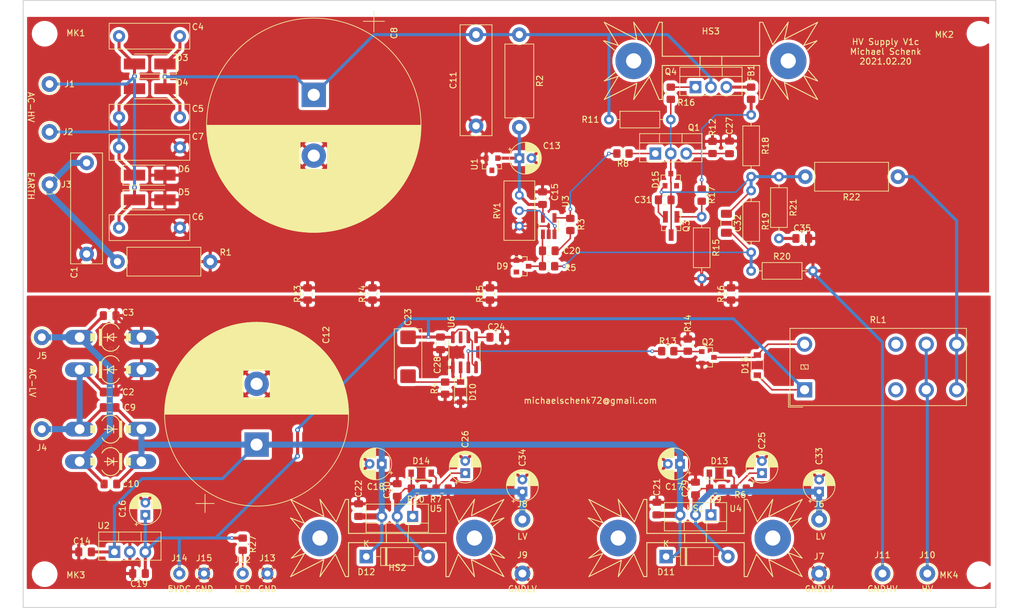
<source format=kicad_pcb>
(kicad_pcb (version 20171130) (host pcbnew "(5.1.9-0-10_14)")
  (layers (0 F.Cu signal) (31 B.Cu signal) (34 B.Paste user) (35 F.Paste user) (36 B.SilkS user) (37 F.SilkS user) (38 B.Mask user) (39 F.Mask user) (44 Edge.Cuts user))
  (net 0 "")
  (net 1 "Net-(C1-Pad1)")
  (net 2 "Net-(Q1-Pad1)")
  (net 3 "Net-(C5-Pad2)")
  (net 4 "Net-(C10-Pad1)")
  (net 5 GND_LV)
  (net 6 +5VDC)
  (net 7 "Net-(Q3-Pad1)")
  (net 8 GND_HV)
  (net 9 "Net-(Q2-Pad1)")
  (net 10 HV)
  (net 11 "Net-(C24-Pad1)")
  (net 12 "Net-(C26-Pad1)")
  (net 13 "Net-(C27-Pad1)")
  (net 14 "Net-(RV1-Pad2)")
  (net 15 "Net-(FB1-Pad2)")
  (net 16 "Net-(FB1-Pad1)")
  (net 17 "Net-(Q4-Pad1)")
  (net 18 "Net-(C2-Pad1)")
  (net 19 "Net-(C10-Pad2)")
  (net 20 "Net-(C4-Pad2)")
  (net 21 "Net-(C11-Pad2)")
  (net 22 "Net-(C13-Pad1)")
  (net 23 "Net-(C20-Pad2)")
  (net 24 "Net-(C20-Pad1)")
  (net 25 "Net-(C23-Pad2)")
  (net 26 "Net-(C25-Pad1)")
  (net 27 "Net-(C29-Pad1)")
  (net 28 "Net-(C30-Pad1)")
  (net 29 "Net-(C31-Pad2)")
  (net 30 "Net-(J10-Pad1)")
  (net 31 "Net-(J12-Pad1)")
  (net 32 "Net-(R3-Pad2)")
  (net 33 "Net-(R13-Pad1)")
  (net 34 "Net-(C31-Pad1)")
  (net 35 "Net-(C32-Pad2)")
  (net 36 "Net-(C35-Pad1)")
  (net 37 "Net-(D16-Pad2)")
  (module Resistor_THT:R_Axial_DIN0414_L11.9mm_D4.5mm_P15.24mm_Horizontal (layer F.Cu) (at 198.844 74.064 180)
    (fp_text reference R22 (at 7.62 -3.37) (layer F.SilkS))
    (fp_text value 330R2W)
    (pad 2 thru_hole oval (at 15.24 0 180) (size 2.4 2.4) (drill 1.2) (layers *.Cu *.Mask) (net 29 "Net-(C31-Pad2)"))
    (pad 1 thru_hole circle (at 0 0 180) (size 2.4 2.4) (drill 1.2) (layers *.Cu *.Mask) (net 10 HV))
  )
  (module kicad-snk:SOD64-10 (layer F.Cu) (at 69.431 100.48)
    (fp_text reference D2 (at 0.63569 -3.17845) (layer F.SilkS) (effects (font (size 1.001087 1.001087) (thickness 0.015))))
    (fp_text value BYV98-200)
    (pad 1 thru_hole oval (at -5.08 0) (size 4.8006 2.4003) (drill 1.6002) (layers *.Cu *.Mask) (net 19 "Net-(C10-Pad2)"))
    (pad 2 thru_hole oval (at 5.08 0) (size 4.8006 2.4003) (drill 1.6002) (layers *.Cu *.Mask) (net 5 GND_LV))
  )
  (module kicad-snk:SOD64-10 (layer F.Cu) (at 69.431 120.927 180)
    (fp_text reference D8 (at 0.63569 -3.17845) (layer F.SilkS) (effects (font (size 1.001087 1.001087) (thickness 0.015))))
    (fp_text value BYV98-200)
    (pad 1 thru_hole oval (at -5.08 0 180) (size 4.8006 2.4003) (drill 1.6002) (layers *.Cu *.Mask) (net 4 "Net-(C10-Pad1)"))
    (pad 2 thru_hole oval (at 5.08 0 180) (size 4.8006 2.4003) (drill 1.6002) (layers *.Cu *.Mask) (net 19 "Net-(C10-Pad2)"))
  )
  (module kicad-snk:SOD64-10 (layer F.Cu) (at 69.431 115.593 180)
    (fp_text reference D7 (at 0.63569 -3.17845) (layer F.SilkS) (effects (font (size 1.001087 1.001087) (thickness 0.015))))
    (fp_text value BYV98-200)
    (pad 1 thru_hole oval (at -5.08 0 180) (size 4.8006 2.4003) (drill 1.6002) (layers *.Cu *.Mask) (net 4 "Net-(C10-Pad1)"))
    (pad 2 thru_hole oval (at 5.08 0 180) (size 4.8006 2.4003) (drill 1.6002) (layers *.Cu *.Mask) (net 18 "Net-(C2-Pad1)"))
  )
  (module kicad-snk:SOD64-10 (layer F.Cu) (at 69.431 105.814)
    (fp_text reference D1 (at 0.63569 -3.17845) (layer F.SilkS) (effects (font (size 1.001087 1.001087) (thickness 0.015))))
    (fp_text value BYV98-200)
    (pad 1 thru_hole oval (at -5.08 0) (size 4.8006 2.4003) (drill 1.6002) (layers *.Cu *.Mask) (net 18 "Net-(C2-Pad1)"))
    (pad 2 thru_hole oval (at 5.08 0) (size 4.8006 2.4003) (drill 1.6002) (layers *.Cu *.Mask) (net 5 GND_LV))
  )
  (module Diode_SMD:D_SOD-123 (layer F.Cu) (at 120.486 122.832)
    (fp_text reference D14 (at 0 -2) (layer F.SilkS))
    (fp_text value 1N4148W)
    (pad 2 smd rect (at 1.65 0) (size 0.9 1.2) (layers F.Cu F.Paste F.Mask) (net 12 "Net-(C26-Pad1)"))
    (pad 1 smd rect (at -1.65 0) (size 0.9 1.2) (layers F.Cu F.Paste F.Mask) (net 28 "Net-(C30-Pad1)"))
  )
  (module Capacitor_THT:CP_Radial_D5.0mm_P2.00mm (layer F.Cu) (at 127.724 122.832 90)
    (fp_text reference C26 (at 5.588 0 90) (layer F.SilkS))
    (fp_text value 10uF/25V)
    (pad 2 thru_hole circle (at 2 0 90) (size 1.6 1.6) (drill 0.8) (layers *.Cu *.Mask) (net 5 GND_LV))
    (pad 1 thru_hole rect (at 0 0 90) (size 1.6 1.6) (drill 0.8) (layers *.Cu *.Mask) (net 12 "Net-(C26-Pad1)"))
  )
  (module Diode_SMD:D_SOD-123 (layer F.Cu) (at 169.506 122.832)
    (fp_text reference D13 (at 0 -2) (layer F.SilkS))
    (fp_text value 1N4148W)
    (pad 2 smd rect (at 1.65 0) (size 0.9 1.2) (layers F.Cu F.Paste F.Mask) (net 26 "Net-(C25-Pad1)"))
    (pad 1 smd rect (at -1.65 0) (size 0.9 1.2) (layers F.Cu F.Paste F.Mask) (net 27 "Net-(C29-Pad1)"))
  )
  (module Capacitor_THT:CP_Radial_D5.0mm_P2.00mm (layer F.Cu) (at 176.492 122.832 90)
    (fp_text reference C25 (at 5.334 0 90) (layer F.SilkS))
    (fp_text value 10uF/25V)
    (pad 2 thru_hole circle (at 2 0 90) (size 1.6 1.6) (drill 0.8) (layers *.Cu *.Mask) (net 5 GND_LV))
    (pad 1 thru_hole rect (at 0 0 90) (size 1.6 1.6) (drill 0.8) (layers *.Cu *.Mask) (net 26 "Net-(C25-Pad1)"))
  )
  (module Capacitor_THT:CP_Radial_D5.0mm_P2.00mm (layer F.Cu) (at 163.03 121.308 180)
    (fp_text reference C17 (at 1 -3.75) (layer F.SilkS))
    (fp_text value 10uF/25V)
    (pad 2 thru_hole circle (at 2 0 180) (size 1.6 1.6) (drill 0.8) (layers *.Cu *.Mask) (net 5 GND_LV))
    (pad 1 thru_hole rect (at 0 0 180) (size 1.6 1.6) (drill 0.8) (layers *.Cu *.Mask) (net 4 "Net-(C10-Pad1)"))
  )
  (module Resistor_SMD:R_0805_2012Metric_Pad1.20x1.40mm_HandSolder (layer F.Cu) (at 101.816 93.352 90)
    (fp_text reference R23 (at 0 -1.65 90) (layer F.SilkS))
    (fp_text value 1R/0.5W)
    (pad 2 smd roundrect (at 1 0 90) (size 1.2 1.4) (layers F.Cu F.Paste F.Mask) (roundrect_rratio 0.2083325) (net 8 GND_HV))
    (pad 1 smd roundrect (at -1 0 90) (size 1.2 1.4) (layers F.Cu F.Paste F.Mask) (roundrect_rratio 0.2083325) (net 5 GND_LV))
  )
  (module Resistor_THT:R_Axial_DIN0414_L11.9mm_D4.5mm_P15.24mm_Horizontal (layer F.Cu) (at 70.574 88.034)
    (fp_text reference R1 (at 17.78 -1.524) (layer F.SilkS))
    (fp_text value 100R/2W)
    (pad 2 thru_hole oval (at 15.24 0) (size 2.4 2.4) (drill 1.2) (layers *.Cu *.Mask) (net 8 GND_HV))
    (pad 1 thru_hole circle (at 0 0) (size 2.4 2.4) (drill 1.2) (layers *.Cu *.Mask) (net 1 "Net-(C1-Pad1)"))
  )
  (module Diode_SMD:D_SMA_Handsoldering (layer F.Cu) (at 75.868 59.586 180)
    (fp_text reference D4 (at -5.374 1.016) (layer F.SilkS))
    (fp_text value BYG20J)
    (pad 2 smd rect (at 2.5 0 180) (size 3.5 1.8) (layers F.Cu F.Paste F.Mask) (net 3 "Net-(C5-Pad2)"))
    (pad 1 smd rect (at -2.5 0 180) (size 3.5 1.8) (layers F.Cu F.Paste F.Mask) (net 21 "Net-(C11-Pad2)"))
  )
  (module Diode_SMD:D_SMA_Handsoldering (layer F.Cu) (at 75.868 73.81)
    (fp_text reference D6 (at 5.628 -1.016) (layer F.SilkS))
    (fp_text value BYG20J)
    (pad 2 smd rect (at 2.5 0) (size 3.5 1.8) (layers F.Cu F.Paste F.Mask) (net 8 GND_HV))
    (pad 1 smd rect (at -2.5 0) (size 3.5 1.8) (layers F.Cu F.Paste F.Mask) (net 3 "Net-(C5-Pad2)"))
  )
  (module Diode_SMD:D_SMA_Handsoldering (layer F.Cu) (at 75.868 77.874)
    (fp_text reference D5 (at 5.628 -1.27) (layer F.SilkS))
    (fp_text value BYG20J)
    (pad 2 smd rect (at 2.5 0) (size 3.5 1.8) (layers F.Cu F.Paste F.Mask) (net 8 GND_HV))
    (pad 1 smd rect (at -2.5 0) (size 3.5 1.8) (layers F.Cu F.Paste F.Mask) (net 20 "Net-(C4-Pad2)"))
  )
  (module Diode_SMD:D_SMA_Handsoldering (layer F.Cu) (at 75.868 55.522 180)
    (fp_text reference D3 (at -5.374 1.016) (layer F.SilkS))
    (fp_text value BYG20J)
    (pad 2 smd rect (at 2.5 0 180) (size 3.5 1.8) (layers F.Cu F.Paste F.Mask) (net 20 "Net-(C4-Pad2)"))
    (pad 1 smd rect (at -2.5 0 180) (size 3.5 1.8) (layers F.Cu F.Paste F.Mask) (net 21 "Net-(C11-Pad2)"))
  )
  (module Capacitor_THT:C_Rect_L13.0mm_W4.0mm_P10.00mm_FKS3_FKP3_MKS4 (layer F.Cu) (at 80.828 69.238 180)
    (fp_text reference C7 (at -2.954 1.778) (layer F.SilkS))
    (fp_text value 10nF/630V)
    (pad 2 thru_hole circle (at 10 0 180) (size 2 2) (drill 1) (layers *.Cu *.Mask) (net 3 "Net-(C5-Pad2)"))
    (pad 1 thru_hole circle (at 0 0 180) (size 2 2) (drill 1) (layers *.Cu *.Mask) (net 8 GND_HV))
  )
  (module Capacitor_THT:C_Rect_L13.0mm_W4.0mm_P10.00mm_FKS3_FKP3_MKS4 (layer F.Cu) (at 80.828 82.446 180)
    (fp_text reference C6 (at -2.954 1.778) (layer F.SilkS))
    (fp_text value 10nF/630V)
    (pad 2 thru_hole circle (at 10 0 180) (size 2 2) (drill 1) (layers *.Cu *.Mask) (net 20 "Net-(C4-Pad2)"))
    (pad 1 thru_hole circle (at 0 0 180) (size 2 2) (drill 1) (layers *.Cu *.Mask) (net 8 GND_HV))
  )
  (module Capacitor_THT:C_Rect_L13.0mm_W4.0mm_P10.00mm_FKS3_FKP3_MKS4 (layer F.Cu) (at 80.828 64.285 180)
    (fp_text reference C5 (at -2.954 1.397) (layer F.SilkS))
    (fp_text value 10nF/630V)
    (pad 2 thru_hole circle (at 10 0 180) (size 2 2) (drill 1) (layers *.Cu *.Mask) (net 3 "Net-(C5-Pad2)"))
    (pad 1 thru_hole circle (at 0 0 180) (size 2 2) (drill 1) (layers *.Cu *.Mask) (net 21 "Net-(C11-Pad2)"))
  )
  (module Capacitor_THT:C_Rect_L13.0mm_W4.0mm_P10.00mm_FKS3_FKP3_MKS4 (layer F.Cu) (at 80.828 50.95 180)
    (fp_text reference C4 (at -2.954 1.524) (layer F.SilkS))
    (fp_text value 10nF/630V)
    (pad 2 thru_hole circle (at 10 0 180) (size 2 2) (drill 1) (layers *.Cu *.Mask) (net 20 "Net-(C4-Pad2)"))
    (pad 1 thru_hole circle (at 0 0 180) (size 2 2) (drill 1) (layers *.Cu *.Mask) (net 21 "Net-(C11-Pad2)"))
  )
  (module Package_SO:SOIC-8_3.9x4.9mm_P1.27mm (layer F.Cu) (at 127.597 102.955 90)
    (fp_text reference U6 (at 5.015 -2.159 90) (layer F.SilkS))
    (fp_text value TLC555CDR)
    (pad 8 smd roundrect (at 2.475 -1.905 90) (size 1.95 0.6) (layers F.Cu F.Paste F.Mask) (net 6 +5VDC))
    (pad 7 smd roundrect (at 2.475 -0.635 90) (size 1.95 0.6) (layers F.Cu F.Paste F.Mask))
    (pad 6 smd roundrect (at 2.475 0.635 90) (size 1.95 0.6) (layers F.Cu F.Paste F.Mask) (net 6 +5VDC))
    (pad 5 smd roundrect (at 2.475 1.905 90) (size 1.95 0.6) (layers F.Cu F.Paste F.Mask) (net 11 "Net-(C24-Pad1)"))
    (pad 4 smd roundrect (at -2.475 1.905 90) (size 1.95 0.6) (layers F.Cu F.Paste F.Mask) (net 6 +5VDC))
    (pad 3 smd roundrect (at -2.475 0.635 90) (size 1.95 0.6) (layers F.Cu F.Paste F.Mask) (net 33 "Net-(R13-Pad1)"))
    (pad 2 smd roundrect (at -2.475 -0.635 90) (size 1.95 0.6) (layers F.Cu F.Paste F.Mask) (net 25 "Net-(C23-Pad2)"))
    (pad 1 smd roundrect (at -2.475 -1.905 90) (size 1.95 0.6) (layers F.Cu F.Paste F.Mask) (net 5 GND_LV))
  )
  (module Resistor_SMD:R_0805_2012Metric_Pad1.20x1.40mm_HandSolder (layer F.Cu) (at 161.506 60.332 90)
    (fp_text reference R16 (at -1.54 2.54) (layer F.SilkS))
    (fp_text value "100R 1/8W")
    (pad 2 smd roundrect (at 1 0 90) (size 1.2 1.4) (layers F.Cu F.Paste F.Mask) (roundrect_rratio 0.2083325) (net 17 "Net-(Q4-Pad1)"))
    (pad 1 smd roundrect (at -1 0 90) (size 1.2 1.4) (layers F.Cu F.Paste F.Mask) (roundrect_rratio 0.2083325) (net 34 "Net-(C31-Pad1)"))
  )
  (module Resistor_THT:R_Axial_DIN0207_L6.3mm_D2.5mm_P10.16mm_Horizontal (layer F.Cu) (at 166.586 80.668 270)
    (fp_text reference R15 (at 5.08 -2.37 90) (layer F.SilkS))
    (fp_text value 200k/0.6W)
    (pad 2 thru_hole oval (at 10.16 0 270) (size 1.6 1.6) (drill 0.8) (layers *.Cu *.Mask) (net 8 GND_HV))
    (pad 1 thru_hole circle (at 0 0 270) (size 1.6 1.6) (drill 0.8) (layers *.Cu *.Mask) (net 7 "Net-(Q3-Pad1)"))
  )
  (module Resistor_THT:R_Axial_DIN0207_L6.3mm_D2.5mm_P10.16mm_Horizontal (layer F.Cu) (at 151.346 64.666)
    (fp_text reference R11 (at -3.048 0) (layer F.SilkS))
    (fp_text value 470k/0.6W)
    (pad 2 thru_hole oval (at 10.16 0) (size 1.6 1.6) (drill 0.8) (layers *.Cu *.Mask) (net 34 "Net-(C31-Pad1)"))
    (pad 1 thru_hole circle (at 0 0) (size 1.6 1.6) (drill 0.8) (layers *.Cu *.Mask) (net 21 "Net-(C11-Pad2)"))
  )
  (module Resistor_THT:R_Axial_DIN0207_L6.3mm_D2.5mm_P10.16mm_Horizontal (layer F.Cu) (at 174.714 63.904 270)
    (fp_text reference R18 (at 5.08 -2.37 90) (layer F.SilkS))
    (fp_text value 12R/0.6W)
    (pad 2 thru_hole oval (at 10.16 0 270) (size 1.6 1.6) (drill 0.8) (layers *.Cu *.Mask) (net 29 "Net-(C31-Pad2)"))
    (pad 1 thru_hole circle (at 0 0 270) (size 1.6 1.6) (drill 0.8) (layers *.Cu *.Mask) (net 15 "Net-(FB1-Pad2)"))
  )
  (module Resistor_SMD:R_0805_2012Metric_Pad1.20x1.40mm_HandSolder (layer F.Cu) (at 174.714 60.332 270)
    (fp_text reference FB1 (at -3.286 0 90) (layer F.SilkS))
    (fp_text value 600R@100MHz)
    (pad 2 smd roundrect (at 1 0 270) (size 1.2 1.4) (layers F.Cu F.Paste F.Mask) (roundrect_rratio 0.2083325) (net 15 "Net-(FB1-Pad2)"))
    (pad 1 smd roundrect (at -1 0 270) (size 1.2 1.4) (layers F.Cu F.Paste F.Mask) (roundrect_rratio 0.2083325) (net 16 "Net-(FB1-Pad1)"))
  )
  (module Capacitor_SMD:C_1206_3216Metric_Pad1.33x1.80mm_HandSolder (layer F.Cu) (at 170.65 81.7225 270)
    (fp_text reference C32 (at 0 -1.85 90) (layer F.SilkS))
    (fp_text value 10pF/500V)
    (pad 2 smd roundrect (at 1.5625 0 270) (size 1.325 1.8) (layers F.Cu F.Paste F.Mask) (roundrect_rratio 0.1886777358490566) (net 35 "Net-(C32-Pad2)"))
    (pad 1 smd roundrect (at -1.5625 0 270) (size 1.325 1.8) (layers F.Cu F.Paste F.Mask) (roundrect_rratio 0.1886777358490566) (net 29 "Net-(C31-Pad2)"))
  )
  (module Capacitor_SMD:C_0805_2012Metric_Pad1.18x1.45mm_HandSolder (layer F.Cu) (at 183.1175 84.224)
    (fp_text reference C35 (at 0 -1.68) (layer F.SilkS))
    (fp_text value 470pF/500V)
    (pad 2 smd roundrect (at 1.0375 0) (size 1.175 1.45) (layers F.Cu F.Paste F.Mask) (roundrect_rratio 0.2127659574468085) (net 8 GND_HV))
    (pad 1 smd roundrect (at -1.0375 0) (size 1.175 1.45) (layers F.Cu F.Paste F.Mask) (roundrect_rratio 0.2127659574468085) (net 36 "Net-(C35-Pad1)"))
  )
  (module Package_TO_SOT_SMD:SOT-23-5_HandSoldering (layer F.Cu) (at 141.44 82.192 90)
    (fp_text reference U3 (at 4.064 2.794 90) (layer F.SilkS))
    (fp_text value LM321)
    (pad 5 smd rect (at 1.35 -0.95 90) (size 1.56 0.65) (layers F.Cu F.Paste F.Mask) (net 22 "Net-(C13-Pad1)"))
    (pad 4 smd rect (at 1.35 0.95 90) (size 1.56 0.65) (layers F.Cu F.Paste F.Mask) (net 32 "Net-(R3-Pad2)"))
    (pad 3 smd rect (at -1.35 0.95 90) (size 1.56 0.65) (layers F.Cu F.Paste F.Mask) (net 14 "Net-(RV1-Pad2)"))
    (pad 2 smd rect (at -1.35 0 90) (size 1.56 0.65) (layers F.Cu F.Paste F.Mask) (net 8 GND_HV))
    (pad 1 smd rect (at -1.35 -0.95 90) (size 1.56 0.65) (layers F.Cu F.Paste F.Mask) (net 24 "Net-(C20-Pad1)"))
  )
  (module Package_TO_SOT_THT:TO-220-3_Vertical (layer F.Cu) (at 165.57 59.332)
    (fp_text reference Q4 (at -4.064 -2.54) (layer F.SilkS))
    (fp_text value IRF840)
    (pad 3 thru_hole oval (at 5.08 0) (size 1.905 2) (drill 1.1) (layers *.Cu *.Mask) (net 16 "Net-(FB1-Pad1)"))
    (pad 2 thru_hole oval (at 2.54 0) (size 1.905 2) (drill 1.1) (layers *.Cu *.Mask) (net 21 "Net-(C11-Pad2)"))
    (pad 1 thru_hole rect (at 0 0) (size 1.905 2) (drill 1.1) (layers *.Cu *.Mask) (net 17 "Net-(Q4-Pad1)"))
  )
  (module Package_TO_SOT_SMD:SOT-23_Handsoldering (layer F.Cu) (at 161.572 82.168 270)
    (fp_text reference Q3 (at 0 -2.5 90) (layer F.SilkS))
    (fp_text value MMBT3904-TP)
    (pad 3 smd rect (at 1.5 0 270) (size 1.9 0.8) (layers F.Cu F.Paste F.Mask) (net 34 "Net-(C31-Pad1)"))
    (pad 2 smd rect (at -1.5 0.95 270) (size 1.9 0.8) (layers F.Cu F.Paste F.Mask) (net 29 "Net-(C31-Pad2)"))
    (pad 1 smd rect (at -1.5 -0.95 270) (size 1.9 0.8) (layers F.Cu F.Paste F.Mask) (net 7 "Net-(Q3-Pad1)"))
  )
  (module Package_TO_SOT_THT:TO-220-3_Vertical (layer F.Cu) (at 158.966 70.254)
    (fp_text reference Q1 (at 6.35 -4.27) (layer F.SilkS))
    (fp_text value IRF840)
    (pad 3 thru_hole oval (at 5.08 0) (size 1.905 2) (drill 1.1) (layers *.Cu *.Mask) (net 13 "Net-(C27-Pad1)"))
    (pad 2 thru_hole oval (at 2.54 0) (size 1.905 2) (drill 1.1) (layers *.Cu *.Mask) (net 34 "Net-(C31-Pad1)"))
    (pad 1 thru_hole rect (at 0 0) (size 1.905 2) (drill 1.1) (layers *.Cu *.Mask) (net 2 "Net-(Q1-Pad1)"))
  )
  (module Resistor_SMD:R_0805_2012Metric_Pad1.20x1.40mm_HandSolder (layer F.Cu) (at 171.412 93.352 90)
    (fp_text reference R26 (at 0 -1.65 90) (layer F.SilkS))
    (fp_text value 1R/0.5W)
    (pad 2 smd roundrect (at 1 0 90) (size 1.2 1.4) (layers F.Cu F.Paste F.Mask) (roundrect_rratio 0.2083325) (net 8 GND_HV))
    (pad 1 smd roundrect (at -1 0 90) (size 1.2 1.4) (layers F.Cu F.Paste F.Mask) (roundrect_rratio 0.2083325) (net 5 GND_LV))
  )
  (module Resistor_SMD:R_0805_2012Metric_Pad1.20x1.40mm_HandSolder (layer F.Cu) (at 131.788 93.352 90)
    (fp_text reference R25 (at 0 -1.65 90) (layer F.SilkS))
    (fp_text value 1R/0.5W)
    (pad 2 smd roundrect (at 1 0 90) (size 1.2 1.4) (layers F.Cu F.Paste F.Mask) (roundrect_rratio 0.2083325) (net 8 GND_HV))
    (pad 1 smd roundrect (at -1 0 90) (size 1.2 1.4) (layers F.Cu F.Paste F.Mask) (roundrect_rratio 0.2083325) (net 5 GND_LV))
  )
  (module Resistor_SMD:R_0805_2012Metric_Pad1.20x1.40mm_HandSolder (layer F.Cu) (at 112.484 93.352 90)
    (fp_text reference R24 (at 0 -1.65 90) (layer F.SilkS))
    (fp_text value 1R/0.5W)
    (pad 2 smd roundrect (at 1 0 90) (size 1.2 1.4) (layers F.Cu F.Paste F.Mask) (roundrect_rratio 0.2083325) (net 8 GND_HV))
    (pad 1 smd roundrect (at -1 0 90) (size 1.2 1.4) (layers F.Cu F.Paste F.Mask) (roundrect_rratio 0.2083325) (net 5 GND_LV))
  )
  (module Resistor_SMD:R_0805_2012Metric_Pad1.20x1.40mm_HandSolder (layer F.Cu) (at 166.586 77.096 270)
    (fp_text reference R17 (at 0 -1.65 90) (layer F.SilkS))
    (fp_text value 4.99k,1/8W)
    (pad 2 smd roundrect (at 1 0 270) (size 1.2 1.4) (layers F.Cu F.Paste F.Mask) (roundrect_rratio 0.2083325) (net 7 "Net-(Q3-Pad1)"))
    (pad 1 smd roundrect (at -1 0 270) (size 1.2 1.4) (layers F.Cu F.Paste F.Mask) (roundrect_rratio 0.2083325) (net 15 "Net-(FB1-Pad2)"))
  )
  (module Resistor_SMD:R_0805_2012Metric_Pad1.20x1.40mm_HandSolder (layer F.Cu) (at 168.888 125.372)
    (fp_text reference R9 (at -0.016 1.778) (layer F.SilkS))
    (fp_text value "240R 1/8W")
    (pad 2 smd roundrect (at 1 0) (size 1.2 1.4) (layers F.Cu F.Paste F.Mask) (roundrect_rratio 0.2083325) (net 26 "Net-(C25-Pad1)"))
    (pad 1 smd roundrect (at -1 0) (size 1.2 1.4) (layers F.Cu F.Paste F.Mask) (roundrect_rratio 0.2083325) (net 27 "Net-(C29-Pad1)"))
  )
  (module Resistor_SMD:R_0805_2012Metric_Pad1.20x1.40mm_HandSolder (layer F.Cu) (at 119.866 125.372)
    (fp_text reference R10 (at -0.27 1.778) (layer F.SilkS))
    (fp_text value "240R 1/8W")
    (pad 2 smd roundrect (at 1 0) (size 1.2 1.4) (layers F.Cu F.Paste F.Mask) (roundrect_rratio 0.2083325) (net 12 "Net-(C26-Pad1)"))
    (pad 1 smd roundrect (at -1 0) (size 1.2 1.4) (layers F.Cu F.Paste F.Mask) (roundrect_rratio 0.2083325) (net 28 "Net-(C30-Pad1)"))
  )
  (module Resistor_SMD:R_0805_2012Metric_Pad1.20x1.40mm_HandSolder (layer F.Cu) (at 123.93 125.372)
    (fp_text reference R7 (at -1.032 1.778) (layer F.SilkS))
    (fp_text value "976R 1/8W")
    (pad 2 smd roundrect (at 1 0) (size 1.2 1.4) (layers F.Cu F.Paste F.Mask) (roundrect_rratio 0.2083325) (net 5 GND_LV))
    (pad 1 smd roundrect (at -1 0) (size 1.2 1.4) (layers F.Cu F.Paste F.Mask) (roundrect_rratio 0.2083325) (net 12 "Net-(C26-Pad1)"))
  )
  (module Resistor_SMD:R_0805_2012Metric_Pad1.20x1.40mm_HandSolder (layer F.Cu) (at 172.92 125.372)
    (fp_text reference R6 (at 0 1.016) (layer F.SilkS))
    (fp_text value "976R 1/8W")
    (pad 2 smd roundrect (at 1 0) (size 1.2 1.4) (layers F.Cu F.Paste F.Mask) (roundrect_rratio 0.2083325) (net 5 GND_LV))
    (pad 1 smd roundrect (at -1 0) (size 1.2 1.4) (layers F.Cu F.Paste F.Mask) (roundrect_rratio 0.2083325) (net 26 "Net-(C25-Pad1)"))
  )
  (module Resistor_SMD:R_0805_2012Metric_Pad1.20x1.40mm_HandSolder (layer F.Cu) (at 91.148 134.516 270)
    (fp_text reference R27 (at 0 -1.65 90) (layer F.SilkS))
    (fp_text value "470R 1/8W")
    (pad 2 smd roundrect (at 1 0 270) (size 1.2 1.4) (layers F.Cu F.Paste F.Mask) (roundrect_rratio 0.2083325) (net 31 "Net-(J12-Pad1)"))
    (pad 1 smd roundrect (at -1 0 270) (size 1.2 1.4) (layers F.Cu F.Paste F.Mask) (roundrect_rratio 0.2083325) (net 6 +5VDC))
  )
  (module Resistor_SMD:R_0805_2012Metric_Pad1.20x1.40mm_HandSolder (layer F.Cu) (at 164.3 101.766 90)
    (fp_text reference R14 (at 3.572 0 90) (layer F.SilkS))
    (fp_text value "2.49k 1/8W")
    (pad 2 smd roundrect (at 1 0 90) (size 1.2 1.4) (layers F.Cu F.Paste F.Mask) (roundrect_rratio 0.2083325) (net 5 GND_LV))
    (pad 1 smd roundrect (at -1 0 90) (size 1.2 1.4) (layers F.Cu F.Paste F.Mask) (roundrect_rratio 0.2083325) (net 9 "Net-(Q2-Pad1)"))
  )
  (module Resistor_SMD:R_0805_2012Metric_Pad1.20x1.40mm_HandSolder (layer F.Cu) (at 161.014 102.766)
    (fp_text reference R13 (at 0 -1.65) (layer F.SilkS))
    (fp_text value "2.49k 1/8W")
    (pad 2 smd roundrect (at 1 0) (size 1.2 1.4) (layers F.Cu F.Paste F.Mask) (roundrect_rratio 0.2083325) (net 9 "Net-(Q2-Pad1)"))
    (pad 1 smd roundrect (at -1 0) (size 1.2 1.4) (layers F.Cu F.Paste F.Mask) (roundrect_rratio 0.2083325) (net 33 "Net-(R13-Pad1)"))
  )
  (module Resistor_SMD:R_0805_2012Metric_Pad1.20x1.40mm_HandSolder (layer F.Cu) (at 124.422 108.846 270)
    (fp_text reference R4 (at 0.016 1.778 90) (layer F.SilkS))
    (fp_text value "1Meg 1/8W")
    (pad 2 smd roundrect (at 1 0 270) (size 1.2 1.4) (layers F.Cu F.Paste F.Mask) (roundrect_rratio 0.2083325) (net 5 GND_LV))
    (pad 1 smd roundrect (at -1 0 270) (size 1.2 1.4) (layers F.Cu F.Paste F.Mask) (roundrect_rratio 0.2083325) (net 25 "Net-(C23-Pad2)"))
  )
  (module Capacitor_SMD:C_0805_2012Metric_Pad1.18x1.45mm_HandSolder (layer F.Cu) (at 165.57 125.3505 90)
    (fp_text reference C29 (at 0 -1.68 90) (layer F.SilkS))
    (fp_text value 100nF/50V)
    (pad 2 smd roundrect (at 1.0375 0 90) (size 1.175 1.45) (layers F.Cu F.Paste F.Mask) (roundrect_rratio 0.2127659574468085) (net 5 GND_LV))
    (pad 1 smd roundrect (at -1.0375 0 90) (size 1.175 1.45) (layers F.Cu F.Paste F.Mask) (roundrect_rratio 0.2127659574468085) (net 27 "Net-(C29-Pad1)"))
  )
  (module Capacitor_SMD:C_0805_2012Metric_Pad1.18x1.45mm_HandSolder (layer F.Cu) (at 116.548 125.6045 90)
    (fp_text reference C30 (at 0 -1.68 90) (layer F.SilkS))
    (fp_text value 100nF/50V)
    (pad 2 smd roundrect (at 1.0375 0 90) (size 1.175 1.45) (layers F.Cu F.Paste F.Mask) (roundrect_rratio 0.2127659574468085) (net 5 GND_LV))
    (pad 1 smd roundrect (at -1.0375 0 90) (size 1.175 1.45) (layers F.Cu F.Paste F.Mask) (roundrect_rratio 0.2127659574468085) (net 28 "Net-(C30-Pad1)"))
  )
  (module Capacitor_SMD:C_0805_2012Metric_Pad1.18x1.45mm_HandSolder (layer F.Cu) (at 159.22 128.6525 90)
    (fp_text reference C21 (at 3.5345 0 90) (layer F.SilkS))
    (fp_text value 100nF/50V)
    (pad 2 smd roundrect (at 1.0375 0 90) (size 1.175 1.45) (layers F.Cu F.Paste F.Mask) (roundrect_rratio 0.2127659574468085) (net 5 GND_LV))
    (pad 1 smd roundrect (at -1.0375 0 90) (size 1.175 1.45) (layers F.Cu F.Paste F.Mask) (roundrect_rratio 0.2127659574468085) (net 4 "Net-(C10-Pad1)"))
  )
  (module Capacitor_SMD:C_0805_2012Metric_Pad1.18x1.45mm_HandSolder (layer F.Cu) (at 110.198 128.9065 90)
    (fp_text reference C22 (at 3.5345 0 90) (layer F.SilkS))
    (fp_text value 100nF/50V)
    (pad 2 smd roundrect (at 1.0375 0 90) (size 1.175 1.45) (layers F.Cu F.Paste F.Mask) (roundrect_rratio 0.2127659574468085) (net 5 GND_LV))
    (pad 1 smd roundrect (at -1.0375 0 90) (size 1.175 1.45) (layers F.Cu F.Paste F.Mask) (roundrect_rratio 0.2127659574468085) (net 4 "Net-(C10-Pad1)"))
  )
  (module Capacitor_SMD:C_0805_2012Metric_Pad1.18x1.45mm_HandSolder (layer F.Cu) (at 123.66 101.4745 270)
    (fp_text reference C28 (at 3.5775 0.508 90) (layer F.SilkS))
    (fp_text value 100nF/50V)
    (pad 2 smd roundrect (at 1.0375 0 270) (size 1.175 1.45) (layers F.Cu F.Paste F.Mask) (roundrect_rratio 0.2127659574468085) (net 5 GND_LV))
    (pad 1 smd roundrect (at -1.0375 0 270) (size 1.175 1.45) (layers F.Cu F.Paste F.Mask) (roundrect_rratio 0.2127659574468085) (net 6 +5VDC))
  )
  (module Capacitor_SMD:C_0805_2012Metric_Pad1.18x1.45mm_HandSolder (layer F.Cu) (at 132.8255 100.48)
    (fp_text reference C24 (at 0 -1.68) (layer F.SilkS))
    (fp_text value 100nF/50V)
    (pad 2 smd roundrect (at 1.0375 0) (size 1.175 1.45) (layers F.Cu F.Paste F.Mask) (roundrect_rratio 0.2127659574468085) (net 5 GND_LV))
    (pad 1 smd roundrect (at -1.0375 0) (size 1.175 1.45) (layers F.Cu F.Paste F.Mask) (roundrect_rratio 0.2127659574468085) (net 11 "Net-(C24-Pad1)"))
  )
  (module Capacitor_SMD:C_0805_2012Metric_Pad1.18x1.45mm_HandSolder (layer F.Cu) (at 74.1085 139.342 180)
    (fp_text reference C19 (at 0 -1.68) (layer F.SilkS))
    (fp_text value 100nF/50V)
    (pad 2 smd roundrect (at 1.0375 0 180) (size 1.175 1.45) (layers F.Cu F.Paste F.Mask) (roundrect_rratio 0.2127659574468085) (net 5 GND_LV))
    (pad 1 smd roundrect (at -1.0375 0 180) (size 1.175 1.45) (layers F.Cu F.Paste F.Mask) (roundrect_rratio 0.2127659574468085) (net 6 +5VDC))
  )
  (module Capacitor_SMD:C_0805_2012Metric_Pad1.18x1.45mm_HandSolder (layer F.Cu) (at 65.24 135.786 180)
    (fp_text reference C14 (at 0.508 1.778) (layer F.SilkS))
    (fp_text value 330nF/50V)
    (pad 2 smd roundrect (at 1.0375 0 180) (size 1.175 1.45) (layers F.Cu F.Paste F.Mask) (roundrect_rratio 0.2127659574468085) (net 5 GND_LV))
    (pad 1 smd roundrect (at -1.0375 0 180) (size 1.175 1.45) (layers F.Cu F.Paste F.Mask) (roundrect_rratio 0.2127659574468085) (net 4 "Net-(C10-Pad1)"))
  )
  (module Package_TO_SOT_THT:TO-220-3_Vertical (layer F.Cu) (at 70.066 135.786)
    (fp_text reference U2 (at -1.778 -4.318) (layer F.SilkS))
    (fp_text value LM7805_TO220)
    (pad 3 thru_hole oval (at 5.08 0) (size 1.905 2) (drill 1.1) (layers *.Cu *.Mask) (net 6 +5VDC))
    (pad 2 thru_hole oval (at 2.54 0) (size 1.905 2) (drill 1.1) (layers *.Cu *.Mask) (net 5 GND_LV))
    (pad 1 thru_hole rect (at 0 0) (size 1.905 2) (drill 1.1) (layers *.Cu *.Mask) (net 4 "Net-(C10-Pad1)"))
  )
  (module Connector_Pin:Pin_D1.3mm_L11.0mm (layer F.Cu) (at 137.122 139.342)
    (fp_text reference J9 (at 0 -3.048) (layer F.SilkS))
    (fp_text value GND_LV2)
    (pad 1 thru_hole circle (at 0 0) (size 2.6 2.6) (drill 1.3) (layers *.Cu *.Mask) (net 5 GND_LV))
  )
  (module Connector_Pin:Pin_D1.3mm_L11.0mm (layer F.Cu) (at 137.122 130.452)
    (fp_text reference J8 (at 0 -2.54) (layer F.SilkS))
    (fp_text value LV2)
    (pad 1 thru_hole circle (at 0 0) (size 2.6 2.6) (drill 1.3) (layers *.Cu *.Mask) (net 28 "Net-(C30-Pad1)"))
  )
  (module Connector_Pin:Pin_D1.3mm_L11.0mm (layer F.Cu) (at 185.89 139.342)
    (fp_text reference J7 (at 0 -2.794) (layer F.SilkS))
    (fp_text value GND_LV1)
    (pad 1 thru_hole circle (at 0 0) (size 2.6 2.6) (drill 1.3) (layers *.Cu *.Mask) (net 5 GND_LV))
  )
  (module Connector_Pin:Pin_D1.3mm_L11.0mm (layer F.Cu) (at 185.89 130.452)
    (fp_text reference J6 (at 0 -2.54) (layer F.SilkS))
    (fp_text value LV1)
    (pad 1 thru_hole circle (at 0 0) (size 2.6 2.6) (drill 1.3) (layers *.Cu *.Mask) (net 27 "Net-(C29-Pad1)"))
  )
  (module Connector_Pin:Pin_D1.3mm_L11.0mm (layer F.Cu) (at 58.128 100.48)
    (fp_text reference J5 (at 0 3.048) (layer F.SilkS))
    (fp_text value AC-LV)
    (pad 1 thru_hole circle (at 0 0) (size 2.6 2.6) (drill 1.3) (layers *.Cu *.Mask) (net 19 "Net-(C10-Pad2)"))
  )
  (module Connector_Pin:Pin_D1.3mm_L11.0mm (layer F.Cu) (at 58.128 115.593)
    (fp_text reference J4 (at 0 3.048) (layer F.SilkS))
    (fp_text value AC-LV)
    (pad 1 thru_hole circle (at 0 0) (size 2.6 2.6) (drill 1.3) (layers *.Cu *.Mask) (net 18 "Net-(C2-Pad1)"))
  )
  (module Connector_Pin:Pin_D1.3mm_L11.0mm (layer F.Cu) (at 59.398 75.334)
    (fp_text reference J3 (at 2.794 0) (layer F.SilkS))
    (fp_text value EARTH)
    (pad 1 thru_hole circle (at 0 0) (size 2.6 2.6) (drill 1.3) (layers *.Cu *.Mask) (net 1 "Net-(C1-Pad1)"))
  )
  (module Connector_Pin:Pin_D1.3mm_L11.0mm (layer F.Cu) (at 59.398 66.698)
    (fp_text reference J2 (at 3.048 0) (layer F.SilkS))
    (fp_text value AC-HV)
    (pad 1 thru_hole circle (at 0 0) (size 2.6 2.6) (drill 1.3) (layers *.Cu *.Mask) (net 3 "Net-(C5-Pad2)"))
  )
  (module Connector_Pin:Pin_D1.3mm_L11.0mm (layer F.Cu) (at 59.398 58.824)
    (fp_text reference J1 (at 3.302 0) (layer F.SilkS))
    (fp_text value AC-HV)
    (pad 1 thru_hole circle (at 0 0) (size 2.6 2.6) (drill 1.3) (layers *.Cu *.Mask) (net 20 "Net-(C4-Pad2)"))
  )
  (module Capacitor_THT:CP_Radial_D5.0mm_P2.00mm (layer F.Cu) (at 137.122 125.88 90)
    (fp_text reference C34 (at 5.588 0 90) (layer F.SilkS))
    (fp_text value 1uF/25V)
    (pad 2 thru_hole circle (at 2 0 90) (size 1.6 1.6) (drill 0.8) (layers *.Cu *.Mask) (net 5 GND_LV))
    (pad 1 thru_hole rect (at 0 0 90) (size 1.6 1.6) (drill 0.8) (layers *.Cu *.Mask) (net 28 "Net-(C30-Pad1)"))
  )
  (module Capacitor_THT:CP_Radial_D5.0mm_P2.00mm (layer F.Cu) (at 185.89 125.88 90)
    (fp_text reference C33 (at 5.842 0 90) (layer F.SilkS))
    (fp_text value 1uF/25V)
    (pad 2 thru_hole circle (at 2 0 90) (size 1.6 1.6) (drill 0.8) (layers *.Cu *.Mask) (net 5 GND_LV))
    (pad 1 thru_hole rect (at 0 0 90) (size 1.6 1.6) (drill 0.8) (layers *.Cu *.Mask) (net 27 "Net-(C29-Pad1)"))
  )
  (module Capacitor_THT:CP_Radial_D5.0mm_P2.00mm (layer F.Cu) (at 114.008 121.308 180)
    (fp_text reference C18 (at 1 -3.75) (layer F.SilkS))
    (fp_text value 10uF/25V)
    (pad 2 thru_hole circle (at 2 0 180) (size 1.6 1.6) (drill 0.8) (layers *.Cu *.Mask) (net 5 GND_LV))
    (pad 1 thru_hole rect (at 0 0 180) (size 1.6 1.6) (drill 0.8) (layers *.Cu *.Mask) (net 4 "Net-(C10-Pad1)"))
  )
  (module Capacitor_Tantalum_SMD:CP_EIA-7343-31_Kemet-D_Pad2.25x2.55mm_HandSolder (layer F.Cu) (at 118.326 103.68 270)
    (fp_text reference C23 (at -6.502 0 90) (layer F.SilkS))
    (fp_text value 15uF/25V)
    (pad 2 smd roundrect (at 3.2 0 270) (size 2.25 2.55) (layers F.Cu F.Paste F.Mask) (roundrect_rratio 0.1111106666666667) (net 25 "Net-(C23-Pad2)"))
    (pad 1 smd roundrect (at -3.2 0 270) (size 2.25 2.55) (layers F.Cu F.Paste F.Mask) (roundrect_rratio 0.1111106666666667) (net 6 +5VDC))
  )
  (module Capacitor_THT:CP_Radial_D5.0mm_P2.00mm (layer F.Cu) (at 75.146 129.69 90)
    (fp_text reference C16 (at 1 -3.75 90) (layer F.SilkS))
    (fp_text value 10uF/25V)
    (pad 2 thru_hole circle (at 2 0 90) (size 1.6 1.6) (drill 0.8) (layers *.Cu *.Mask) (net 5 GND_LV))
    (pad 1 thru_hole rect (at 0 0 90) (size 1.6 1.6) (drill 0.8) (layers *.Cu *.Mask) (net 6 +5VDC))
  )
  (module Package_TO_SOT_SMD:SOT-23 (layer F.Cu) (at 132.108 72.016 270)
    (fp_text reference U1 (at 0 2.86 90) (layer F.SilkS))
    (fp_text value LM4040DBZ-10)
    (pad 3 smd rect (at 1 0 270) (size 0.9 0.8) (layers F.Cu F.Paste F.Mask))
    (pad 2 smd rect (at -1 0.95 270) (size 0.9 0.8) (layers F.Cu F.Paste F.Mask) (net 8 GND_HV))
    (pad 1 smd rect (at -1 -0.95 270) (size 0.9 0.8) (layers F.Cu F.Paste F.Mask) (net 22 "Net-(C13-Pad1)"))
  )
  (module Potentiometer_THT:Potentiometer_Bourns_3296W_Vertical (layer F.Cu) (at 136.614 77.112 90)
    (fp_text reference RV1 (at -2.54 -3.66 90) (layer F.SilkS))
    (fp_text value 100k)
    (pad 3 thru_hole circle (at -5.08 0 90) (size 1.44 1.44) (drill 0.8) (layers *.Cu *.Mask) (net 8 GND_HV))
    (pad 2 thru_hole circle (at -2.54 0 90) (size 1.44 1.44) (drill 0.8) (layers *.Cu *.Mask) (net 14 "Net-(RV1-Pad2)"))
    (pad 1 thru_hole circle (at 0 0 90) (size 1.44 1.44) (drill 0.8) (layers *.Cu *.Mask) (net 22 "Net-(C13-Pad1)"))
  )
  (module Relay_THT:Relay_DPDT_Omron_G2RL (layer F.Cu) (at 183.496 109.116)
    (fp_text reference RL1 (at 12.1 -11.5 180) (layer F.SilkS))
    (fp_text value G2RL-2-DC5)
    (pad 8 thru_hole oval (at 0 -7.5 90) (size 2.5 2.5) (drill 1.5) (layers *.Cu *.Mask) (net 37 "Net-(D16-Pad2)"))
    (pad 7 thru_hole oval (at 15 -7.5 90) (size 2.5 2.5) (drill 1.5) (layers *.Cu *.Mask))
    (pad 6 thru_hole oval (at 20 -7.5 90) (size 2.5 2.5) (drill 1.5) (layers *.Cu *.Mask) (net 30 "Net-(J10-Pad1)"))
    (pad 5 thru_hole oval (at 25 -7.5 90) (size 2.5 2.5) (drill 1.5) (layers *.Cu *.Mask) (net 10 HV))
    (pad 4 thru_hole oval (at 25 0 90) (size 2.5 2.5) (drill 1.5) (layers *.Cu *.Mask) (net 10 HV))
    (pad 3 thru_hole oval (at 20 0 90) (size 2.5 2.5) (drill 1.5) (layers *.Cu *.Mask) (net 30 "Net-(J10-Pad1)"))
    (pad 2 thru_hole oval (at 15 0 90) (size 2.5 2.5) (drill 1.5) (layers *.Cu *.Mask))
    (pad 1 thru_hole rect (at 0 0 90) (size 2.5 2.5) (drill 1.5) (layers *.Cu *.Mask) (net 6 +5VDC))
  )
  (module Resistor_THT:R_Axial_DIN0207_L6.3mm_D2.5mm_P10.16mm_Horizontal (layer F.Cu) (at 179.286 74.064 270)
    (fp_text reference R21 (at 5.08 -2.37 90) (layer F.SilkS))
    (fp_text value 750/0.6W)
    (pad 2 thru_hole oval (at 10.16 0 270) (size 1.6 1.6) (drill 0.8) (layers *.Cu *.Mask) (net 36 "Net-(C35-Pad1)"))
    (pad 1 thru_hole circle (at 0 0 270) (size 1.6 1.6) (drill 0.8) (layers *.Cu *.Mask) (net 29 "Net-(C31-Pad2)"))
  )
  (module Resistor_SMD:R_0805_2012Metric_Pad1.20x1.40mm_HandSolder (layer F.Cu) (at 168.364 69.254 270)
    (fp_text reference R12 (at -3.318 0 90) (layer F.SilkS))
    (fp_text value "2.7k 1/8W")
    (pad 2 smd roundrect (at 1 0 270) (size 1.2 1.4) (layers F.Cu F.Paste F.Mask) (roundrect_rratio 0.2083325) (net 13 "Net-(C27-Pad1)"))
    (pad 1 smd roundrect (at -1 0 270) (size 1.2 1.4) (layers F.Cu F.Paste F.Mask) (roundrect_rratio 0.2083325) (net 8 GND_HV))
  )
  (module Resistor_SMD:R_0805_2012Metric_Pad1.20x1.40mm_HandSolder (layer F.Cu) (at 141.424 88.796 180)
    (fp_text reference R5 (at -3.572 -0.254) (layer F.SilkS))
    (fp_text value "10K 1/8W")
    (pad 2 smd roundrect (at 1 0 180) (size 1.2 1.4) (layers F.Cu F.Paste F.Mask) (roundrect_rratio 0.2083325) (net 24 "Net-(C20-Pad1)"))
    (pad 1 smd roundrect (at -1 0 180) (size 1.2 1.4) (layers F.Cu F.Paste F.Mask) (roundrect_rratio 0.2083325) (net 35 "Net-(C32-Pad2)"))
  )
  (module Resistor_SMD:R_0805_2012Metric_Pad1.20x1.40mm_HandSolder (layer F.Cu) (at 153.648 70.254 180)
    (fp_text reference R8 (at 0 -1.65) (layer F.SilkS))
    (fp_text value "100R 1/8W")
    (pad 2 smd roundrect (at 1 0 180) (size 1.2 1.4) (layers F.Cu F.Paste F.Mask) (roundrect_rratio 0.2083325) (net 32 "Net-(R3-Pad2)"))
    (pad 1 smd roundrect (at -1 0 180) (size 1.2 1.4) (layers F.Cu F.Paste F.Mask) (roundrect_rratio 0.2083325) (net 2 "Net-(Q1-Pad1)"))
  )
  (module Resistor_SMD:R_0805_2012Metric_Pad1.20x1.40mm_HandSolder (layer F.Cu) (at 144.996 81.922 90)
    (fp_text reference R3 (at 0 1.778 90) (layer F.SilkS))
    (fp_text value "0R 1/8W")
    (pad 2 smd roundrect (at 1 0 90) (size 1.2 1.4) (layers F.Cu F.Paste F.Mask) (roundrect_rratio 0.2083325) (net 32 "Net-(R3-Pad2)"))
    (pad 1 smd roundrect (at -1 0 90) (size 1.2 1.4) (layers F.Cu F.Paste F.Mask) (roundrect_rratio 0.2083325) (net 23 "Net-(C20-Pad2)"))
  )
  (module Resistor_THT:R_Axial_DIN0414_L11.9mm_D4.5mm_P15.24mm_Horizontal (layer F.Cu) (at 136.614 50.696 270)
    (fp_text reference R2 (at 7.62 -3.37 90) (layer F.SilkS))
    (fp_text value 100k/2W)
    (pad 2 thru_hole oval (at 15.24 0 270) (size 2.4 2.4) (drill 1.2) (layers *.Cu *.Mask) (net 22 "Net-(C13-Pad1)"))
    (pad 1 thru_hole circle (at 0 0 270) (size 2.4 2.4) (drill 1.2) (layers *.Cu *.Mask) (net 21 "Net-(C11-Pad2)"))
  )
  (module Resistor_THT:R_Axial_DIN0207_L6.3mm_D2.5mm_P10.16mm_Horizontal (layer F.Cu) (at 174.714 89.558)
    (fp_text reference R20 (at 5.08 -2.37) (layer F.SilkS))
    (fp_text value 10K/0.6W)
    (pad 2 thru_hole oval (at 10.16 0) (size 1.6 1.6) (drill 0.8) (layers *.Cu *.Mask) (net 8 GND_HV))
    (pad 1 thru_hole circle (at 0 0) (size 1.6 1.6) (drill 0.8) (layers *.Cu *.Mask) (net 35 "Net-(C32-Pad2)"))
  )
  (module Resistor_THT:R_Axial_DIN0207_L6.3mm_D2.5mm_P10.16mm_Horizontal (layer F.Cu) (at 174.714 76.35 270)
    (fp_text reference R19 (at 5.08 -2.37 90) (layer F.SilkS))
    (fp_text value 402K/0.6W)
    (pad 2 thru_hole oval (at 10.16 0 270) (size 1.6 1.6) (drill 0.8) (layers *.Cu *.Mask) (net 35 "Net-(C32-Pad2)"))
    (pad 1 thru_hole circle (at 0 0 270) (size 1.6 1.6) (drill 0.8) (layers *.Cu *.Mask) (net 29 "Net-(C31-Pad2)"))
  )
  (module Connector_Pin:Pin_D1.0mm_L10.0mm (layer F.Cu) (at 84.798 139.342)
    (fp_text reference J15 (at 0 -2.54) (layer F.SilkS))
    (fp_text value GND_5V)
    (pad 1 thru_hole circle (at 0 0) (size 2 2) (drill 1) (layers *.Cu *.Mask) (net 5 GND_LV))
  )
  (module Connector_Pin:Pin_D1.0mm_L10.0mm (layer F.Cu) (at 80.734 139.342)
    (fp_text reference J14 (at 0 -2.54) (layer F.SilkS))
    (fp_text value +5V)
    (pad 1 thru_hole circle (at 0 0) (size 2 2) (drill 1) (layers *.Cu *.Mask) (net 6 +5VDC))
  )
  (module Connector_Pin:Pin_D1.0mm_L10.0mm (layer F.Cu) (at 95.212 139.342)
    (fp_text reference J13 (at 0 -2.54) (layer F.SilkS))
    (fp_text value GND_LED)
    (pad 1 thru_hole circle (at 0 0) (size 2 2) (drill 1) (layers *.Cu *.Mask) (net 5 GND_LV))
  )
  (module Connector_Pin:Pin_D1.0mm_L10.0mm (layer F.Cu) (at 91.148 139.342)
    (fp_text reference J12 (at 0 -2.286) (layer F.SilkS))
    (fp_text value LED)
    (pad 1 thru_hole circle (at 0 0) (size 2 2) (drill 1) (layers *.Cu *.Mask) (net 31 "Net-(J12-Pad1)"))
  )
  (module Connector_Pin:Pin_D1.3mm_L11.0mm (layer F.Cu) (at 196.304 139.342)
    (fp_text reference J11 (at 0 -3.048) (layer F.SilkS))
    (fp_text value GND_HV)
    (pad 1 thru_hole circle (at 0 0) (size 2.6 2.6) (drill 1.3) (layers *.Cu *.Mask) (net 8 GND_HV))
  )
  (module Connector_Pin:Pin_D1.3mm_L11.0mm (layer F.Cu) (at 203.67 139.342)
    (fp_text reference J10 (at 0 -3.048) (layer F.SilkS))
    (fp_text value HV)
    (pad 1 thru_hole circle (at 0 0) (size 2.6 2.6) (drill 1.3) (layers *.Cu *.Mask) (net 30 "Net-(J10-Pad1)"))
  )
  (module Diode_SMD:D_SOD-123 (layer F.Cu) (at 175.73 105.052 90)
    (fp_text reference D16 (at 0 -2 90) (layer F.SilkS))
    (fp_text value 1N4148W)
    (pad 2 smd rect (at 1.65 0 90) (size 0.9 1.2) (layers F.Cu F.Paste F.Mask) (net 37 "Net-(D16-Pad2)"))
    (pad 1 smd rect (at -1.65 0 90) (size 0.9 1.2) (layers F.Cu F.Paste F.Mask) (net 6 +5VDC))
  )
  (module Diode_SMD:D_SOT-23_ANK (layer F.Cu) (at 161.506 74.556 90)
    (fp_text reference D15 (at 0 -2.5 90) (layer F.SilkS))
    (fp_text value BZX84C15)
    (pad 1 smd rect (at 1 0 90) (size 0.9 0.8) (layers F.Cu F.Paste F.Mask) (net 34 "Net-(C31-Pad1)"))
    (pad "" smd rect (at -1 0.95 90) (size 0.9 0.8) (layers F.Cu F.Paste F.Mask))
    (pad 2 smd rect (at -1 -0.95 90) (size 0.9 0.8) (layers F.Cu F.Paste F.Mask) (net 29 "Net-(C31-Pad2)"))
  )
  (module Diode_THT:D_DO-41_SOD81_P10.16mm_Horizontal (layer F.Cu) (at 111.468 136.548)
    (fp_text reference D12 (at 0 2.54) (layer F.SilkS))
    (fp_text value 1N4007)
    (fp_text user K (at 0 -2.1) (layer F.SilkS))
    (pad 2 thru_hole oval (at 10.16 0) (size 2.2 2.2) (drill 1.1) (layers *.Cu *.Mask) (net 28 "Net-(C30-Pad1)"))
    (pad 1 thru_hole rect (at 0 0) (size 2.2 2.2) (drill 1.1) (layers *.Cu *.Mask) (net 4 "Net-(C10-Pad1)"))
  )
  (module Diode_THT:D_DO-41_SOD81_P10.16mm_Horizontal (layer F.Cu) (at 160.744 136.548)
    (fp_text reference D11 (at 0 2.54) (layer F.SilkS))
    (fp_text value 1N4007)
    (fp_text user K (at 0 -2.1) (layer F.SilkS))
    (pad 2 thru_hole oval (at 10.16 0) (size 2.2 2.2) (drill 1.1) (layers *.Cu *.Mask) (net 27 "Net-(C29-Pad1)"))
    (pad 1 thru_hole rect (at 0 0) (size 2.2 2.2) (drill 1.1) (layers *.Cu *.Mask) (net 4 "Net-(C10-Pad1)"))
  )
  (module Package_TO_SOT_SMD:SOT-23 (layer F.Cu) (at 137.138 88.796)
    (fp_text reference D9 (at -3.318 0) (layer F.SilkS))
    (fp_text value BAT54C)
    (pad 3 smd rect (at 1 0) (size 0.9 0.8) (layers F.Cu F.Paste F.Mask) (net 24 "Net-(C20-Pad1)"))
    (pad 2 smd rect (at -1 0.95) (size 0.9 0.8) (layers F.Cu F.Paste F.Mask))
    (pad 1 smd rect (at -1 -0.95) (size 0.9 0.8) (layers F.Cu F.Paste F.Mask) (net 8 GND_HV))
  )
  (module Diode_SMD:D_SOD-123 (layer F.Cu) (at 126.962 109.496 270)
    (fp_text reference D10 (at 0 -2 90) (layer F.SilkS))
    (fp_text value 1N4148W)
    (pad 2 smd rect (at 1.65 0 270) (size 0.9 1.2) (layers F.Cu F.Paste F.Mask) (net 5 GND_LV))
    (pad 1 smd rect (at -1.65 0 270) (size 0.9 1.2) (layers F.Cu F.Paste F.Mask) (net 25 "Net-(C23-Pad2)"))
  )
  (module Capacitor_THT:CP_Radial_D30.0mm_P10.00mm_SnapIn (layer F.Cu) (at 93.434 118.133 90)
    (fp_text reference C12 (at 18.034 11.43 90) (layer F.SilkS))
    (fp_text value 22000uF/25V)
    (pad 2 thru_hole circle (at 10 0 90) (size 4 4) (drill 2) (layers *.Cu *.Mask) (net 5 GND_LV))
    (pad 1 thru_hole rect (at 0 0 90) (size 4 4) (drill 2) (layers *.Cu *.Mask) (net 4 "Net-(C10-Pad1)"))
  )
  (module Capacitor_SMD:C_0805_2012Metric_Pad1.18x1.45mm_HandSolder (layer F.Cu) (at 69.4095 124.61 180)
    (fp_text reference C10 (at -3.3235 0) (layer F.SilkS))
    (fp_text value 10nF/50V)
    (pad 2 smd roundrect (at 1.0375 0 180) (size 1.175 1.45) (layers F.Cu F.Paste F.Mask) (roundrect_rratio 0.2127659574468085) (net 19 "Net-(C10-Pad2)"))
    (pad 1 smd roundrect (at -1.0375 0 180) (size 1.175 1.45) (layers F.Cu F.Paste F.Mask) (roundrect_rratio 0.2127659574468085) (net 4 "Net-(C10-Pad1)"))
  )
  (module Capacitor_SMD:C_0805_2012Metric_Pad1.18x1.45mm_HandSolder (layer F.Cu) (at 69.2825 112.037)
    (fp_text reference C9 (at 3.3235 0) (layer F.SilkS))
    (fp_text value 10nF/50V)
    (pad 2 smd roundrect (at 1.0375 0) (size 1.175 1.45) (layers F.Cu F.Paste F.Mask) (roundrect_rratio 0.2127659574468085) (net 4 "Net-(C10-Pad1)"))
    (pad 1 smd roundrect (at -1.0375 0) (size 1.175 1.45) (layers F.Cu F.Paste F.Mask) (roundrect_rratio 0.2127659574468085) (net 18 "Net-(C2-Pad1)"))
  )
  (module Capacitor_SMD:C_0805_2012Metric_Pad1.18x1.45mm_HandSolder (layer F.Cu) (at 69.2825 96.924 180)
    (fp_text reference C3 (at -3.0265 0.508) (layer F.SilkS))
    (fp_text value 10nF/50V)
    (pad 2 smd roundrect (at 1.0375 0 180) (size 1.175 1.45) (layers F.Cu F.Paste F.Mask) (roundrect_rratio 0.2127659574468085) (net 19 "Net-(C10-Pad2)"))
    (pad 1 smd roundrect (at -1.0375 0 180) (size 1.175 1.45) (layers F.Cu F.Paste F.Mask) (roundrect_rratio 0.2127659574468085) (net 5 GND_LV))
  )
  (module Capacitor_SMD:C_0805_2012Metric_Pad1.18x1.45mm_HandSolder (layer F.Cu) (at 160.5115 77.874 180)
    (fp_text reference C31 (at 3.5775 0) (layer F.SilkS))
    (fp_text value 1nF/50V)
    (pad 2 smd roundrect (at 1.0375 0 180) (size 1.175 1.45) (layers F.Cu F.Paste F.Mask) (roundrect_rratio 0.2127659574468085) (net 29 "Net-(C31-Pad2)"))
    (pad 1 smd roundrect (at -1.0375 0 180) (size 1.175 1.45) (layers F.Cu F.Paste F.Mask) (roundrect_rratio 0.2127659574468085) (net 34 "Net-(C31-Pad1)"))
  )
  (module Capacitor_THT:CP_Radial_D5.0mm_P2.00mm (layer F.Cu) (at 136.614 71.016)
    (fp_text reference C13 (at 5.334 -2.032) (layer F.SilkS))
    (fp_text value 10uF/25V)
    (pad 2 thru_hole circle (at 2 0) (size 1.6 1.6) (drill 0.8) (layers *.Cu *.Mask) (net 8 GND_HV))
    (pad 1 thru_hole rect (at 0 0) (size 1.6 1.6) (drill 0.8) (layers *.Cu *.Mask) (net 22 "Net-(C13-Pad1)"))
  )
  (module Capacitor_SMD:C_0805_2012Metric_Pad1.18x1.45mm_HandSolder (layer F.Cu) (at 171.158 69.238 90)
    (fp_text reference C27 (at 3.556 0 90) (layer F.SilkS))
    (fp_text value 0pF/50V)
    (pad 2 smd roundrect (at 1.0375 0 90) (size 1.175 1.45) (layers F.Cu F.Paste F.Mask) (roundrect_rratio 0.2127659574468085) (net 8 GND_HV))
    (pad 1 smd roundrect (at -1.0375 0 90) (size 1.175 1.45) (layers F.Cu F.Paste F.Mask) (roundrect_rratio 0.2127659574468085) (net 13 "Net-(C27-Pad1)"))
  )
  (module Capacitor_SMD:C_0805_2012Metric_Pad1.18x1.45mm_HandSolder (layer F.Cu) (at 140.424 77.5985 90)
    (fp_text reference C15 (at 0.9945 2.032 90) (layer F.SilkS))
    (fp_text value 100nF/50V)
    (pad 2 smd roundrect (at 1.0375 0 90) (size 1.175 1.45) (layers F.Cu F.Paste F.Mask) (roundrect_rratio 0.2127659574468085) (net 8 GND_HV))
    (pad 1 smd roundrect (at -1.0375 0 90) (size 1.175 1.45) (layers F.Cu F.Paste F.Mask) (roundrect_rratio 0.2127659574468085) (net 22 "Net-(C13-Pad1)"))
  )
  (module Capacitor_SMD:C_0805_2012Metric_Pad1.18x1.45mm_HandSolder (layer F.Cu) (at 141.4615 86.256)
    (fp_text reference C20 (at 3.7885 0) (layer F.SilkS))
    (fp_text value 10nF/50V)
    (pad 2 smd roundrect (at 1.0375 0) (size 1.175 1.45) (layers F.Cu F.Paste F.Mask) (roundrect_rratio 0.2127659574468085) (net 23 "Net-(C20-Pad2)"))
    (pad 1 smd roundrect (at -1.0375 0) (size 1.175 1.45) (layers F.Cu F.Paste F.Mask) (roundrect_rratio 0.2127659574468085) (net 24 "Net-(C20-Pad1)"))
  )
  (module Capacitor_THT:C_Rect_L18.0mm_W5.0mm_P15.00mm_FKS3_FKP3 (layer F.Cu) (at 129.502 65.696 90)
    (fp_text reference C11 (at 7.5 -3.75 90) (layer F.SilkS))
    (fp_text value 100nF/630V)
    (pad 2 thru_hole circle (at 15 0 90) (size 2.4 2.4) (drill 1.2) (layers *.Cu *.Mask) (net 21 "Net-(C11-Pad2)"))
    (pad 1 thru_hole circle (at 0 0 90) (size 2.4 2.4) (drill 1.2) (layers *.Cu *.Mask) (net 8 GND_HV))
  )
  (module Capacitor_THT:CP_Radial_D35.0mm_P10.00mm_SnapIn (layer F.Cu) (at 102.832 60.602 270)
    (fp_text reference C8 (at -10.16 -13.208 90) (layer F.SilkS))
    (fp_text value 680uF/450V)
    (pad 2 thru_hole circle (at 10 0 270) (size 4 4) (drill 2) (layers *.Cu *.Mask) (net 8 GND_HV))
    (pad 1 thru_hole rect (at 0 0 270) (size 4 4) (drill 2) (layers *.Cu *.Mask) (net 21 "Net-(C11-Pad2)"))
  )
  (module Capacitor_THT:C_Rect_L18.0mm_W5.0mm_P15.00mm_FKS3_FKP3 (layer F.Cu) (at 65.494 71.778 270)
    (fp_text reference C1 (at 18.034 2.032 90) (layer F.SilkS))
    (fp_text value "2.2nF 2kV")
    (pad 2 thru_hole circle (at 15 0 270) (size 2.4 2.4) (drill 1.2) (layers *.Cu *.Mask) (net 8 GND_HV))
    (pad 1 thru_hole circle (at 0 0 270) (size 2.4 2.4) (drill 1.2) (layers *.Cu *.Mask) (net 1 "Net-(C1-Pad1)"))
  )
  (module Capacitor_SMD:C_0805_2012Metric_Pad1.18x1.45mm_HandSolder (layer F.Cu) (at 69.2825 109.497)
    (fp_text reference C2 (at 3.0695 0) (layer F.SilkS))
    (fp_text value 10nF/50V)
    (pad 2 smd roundrect (at 1.0375 0) (size 1.175 1.45) (layers F.Cu F.Paste F.Mask) (roundrect_rratio 0.2127659574468085) (net 5 GND_LV))
    (pad 1 smd roundrect (at -1.0375 0) (size 1.175 1.45) (layers F.Cu F.Paste F.Mask) (roundrect_rratio 0.2127659574468085) (net 18 "Net-(C2-Pad1)"))
  )
  (module Heatsinks:Heatsink_Fischer_SK104-STC-STIC_35x13mm_2xDrill2.5mm (layer F.Cu) (at 168.11 55.014)
    (fp_text reference HS3 (at -0.025 -4.875) (layer F.SilkS))
    (fp_text value Heatsink)
    (pad 1 thru_hole circle (at 12.7 0) (size 5.99948 5.99948) (drill 2.49936) (layers *.Cu *.Mask))
    (pad 1 thru_hole circle (at -12.7 0) (size 5.99948 5.99948) (drill 2.49936) (layers *.Cu *.Mask))
  )
  (module TO_SOT_Packages_THT:TO-220-3_Vertical (layer F.Cu) (at 168.11 129.69 180)
    (fp_text reference U4 (at -4.064 1.016) (layer F.SilkS))
    (fp_text value LM317_3PinPackage)
    (pad 1 thru_hole rect (at 0 0 180) (size 1.8 1.8) (drill 1) (layers *.Cu *.Mask) (net 26 "Net-(C25-Pad1)"))
    (pad 2 thru_hole oval (at 2.54 0 180) (size 1.8 1.8) (drill 1) (layers *.Cu *.Mask) (net 27 "Net-(C29-Pad1)"))
    (pad 3 thru_hole oval (at 5.08 0 180) (size 1.8 1.8) (drill 1) (layers *.Cu *.Mask) (net 4 "Net-(C10-Pad1)"))
  )
  (module Heatsinks:Heatsink_Fischer_SK104-STC-STIC_35x13mm_2xDrill2.5mm (layer F.Cu) (at 165.57 133.5)
    (fp_text reference HS1 (at -0.025 -4.875) (layer F.SilkS))
    (fp_text value Heatsink)
    (pad 1 thru_hole circle (at 12.7 0) (size 5.99948 5.99948) (drill 2.49936) (layers *.Cu *.Mask))
    (pad 1 thru_hole circle (at -12.7 0) (size 5.99948 5.99948) (drill 2.49936) (layers *.Cu *.Mask))
  )
  (module Heatsinks:Heatsink_Fischer_SK104-STC-STIC_35x13mm_2xDrill2.5mm (layer F.Cu) (at 116.548 133.5 180)
    (fp_text reference HS2 (at -0.025 -4.875) (layer F.SilkS))
    (fp_text value Heatsink)
    (pad 1 thru_hole circle (at 12.7 0 180) (size 5.99948 5.99948) (drill 2.49936) (layers *.Cu *.Mask))
    (pad 1 thru_hole circle (at -12.7 0 180) (size 5.99948 5.99948) (drill 2.49936) (layers *.Cu *.Mask))
  )
  (module TO_SOT_Packages_THT:TO-220-3_Vertical (layer F.Cu) (at 119.088 129.944 180)
    (fp_text reference U5 (at -3.81 1.27) (layer F.SilkS))
    (fp_text value LM317_3PinPackage)
    (pad 1 thru_hole rect (at 0 0 180) (size 1.8 1.8) (drill 1) (layers *.Cu *.Mask) (net 12 "Net-(C26-Pad1)"))
    (pad 2 thru_hole oval (at 2.54 0 180) (size 1.8 1.8) (drill 1) (layers *.Cu *.Mask) (net 28 "Net-(C30-Pad1)"))
    (pad 3 thru_hole oval (at 5.08 0 180) (size 1.8 1.8) (drill 1) (layers *.Cu *.Mask) (net 4 "Net-(C10-Pad1)"))
  )
  (module TO_SOT_Packages_SMD:SOT-23 (layer F.Cu) (at 167.602 103.782)
    (fp_text reference Q2 (at 0 -2.5) (layer F.SilkS))
    (fp_text value MMBT3904-TP)
    (pad 1 smd rect (at -1 -0.95) (size 0.9 0.8) (layers F.Cu F.Paste F.Mask) (net 9 "Net-(Q2-Pad1)"))
    (pad 2 smd rect (at -1 0.95) (size 0.9 0.8) (layers F.Cu F.Paste F.Mask) (net 5 GND_LV))
    (pad 3 smd rect (at 1 0) (size 0.9 0.8) (layers F.Cu F.Paste F.Mask) (net 37 "Net-(D16-Pad2)"))
  )
  (module Mounting_Holes:MountingHole_3.2mm_M3 (layer F.Cu) (at 212.24 139.45)
    (fp_text reference MK4 (at -5.014 0.146) (layer F.SilkS))
    (fp_text value Mounting_Hole_PAD)
    (pad 1 np_thru_hole circle (at 0 0) (size 3.2 3.2) (drill 3.2) (layers *.Cu *.Mask))
  )
  (module Mounting_Holes:MountingHole_3.2mm_M3 (layer F.Cu) (at 58.6 139.45)
    (fp_text reference MK3 (at 5.116 0.146) (layer F.SilkS))
    (fp_text value Mounting_Hole_PAD)
    (pad 1 np_thru_hole circle (at 0 0) (size 3.2 3.2) (drill 3.2) (layers *.Cu *.Mask))
  )
  (module Mounting_Holes:MountingHole_3.2mm_M3 (layer F.Cu) (at 212.24 50.55)
    (fp_text reference MK2 (at -5.776 0.146) (layer F.SilkS))
    (fp_text value Mounting_Hole_PAD)
    (pad 1 np_thru_hole circle (at 0 0) (size 3.2 3.2) (drill 3.2) (layers *.Cu *.Mask))
  )
  (module Mounting_Holes:MountingHole_3.2mm_M3 (layer F.Cu) (at 58.6 50.55)
    (fp_text reference MK1 (at 5.116 -0.108) (layer F.SilkS))
    (fp_text value Mounting_Hole_PAD)
    (pad 1 np_thru_hole circle (at 0 0) (size 3.2 3.2) (drill 3.2) (layers *.Cu *.Mask))
  )
  (gr_text HV (at 203.67 141.882) (layer F.SilkS) (effects (font (size 1 1))))
  (gr_text GNDHV (at 196.304 141.882) (layer F.SilkS) (effects (font (size 1 1))))
  (gr_text GNDLV (at 185.89 141.882) (layer F.SilkS) (effects (font (size 1 1))))
  (gr_text LV (at 186.144 133.246) (layer F.SilkS) (effects (font (size 1 1))))
  (gr_text LV (at 137.122 133.246) (layer F.SilkS) (effects (font (size 1 1))))
  (gr_text GNDLV (at 137.122 141.882) (layer F.SilkS) (effects (font (size 1 1))))
  (gr_text GND (at 95.212 141.882) (layer F.SilkS) (effects (font (size 1 1))))
  (gr_text LED (at 91.148 141.882) (layer F.SilkS) (effects (font (size 1 1))))
  (gr_text GND (at 84.798 141.882) (layer F.SilkS) (effects (font (size 1 1))))
  (gr_text 5VDC (at 80.734 141.882) (layer F.SilkS) (effects (font (size 1 1))))
  (gr_text AC-LV (at 56.604 107.973 -90) (layer F.SilkS) (effects (font (size 1 1))))
  (gr_text EARTH (at 56.35 75.588 270) (layer F.SilkS) (effects (font (size 1 1))))
  (gr_text AC-HV (at 56.35 62.634 270) (layer F.SilkS) (effects (font (size 1 1))))
  (gr_text michaelschenk72@gmail.com (at 148.298 110.894) (layer F.SilkS) (effects (font (size 1 1))))
  (gr_text "HV Supply V1c\nMichael Schenk\n2021.02.20\n" (at 196.812 53.49) (layer F.SilkS) (effects (font (size 1 1))))
  (gr_line (start 55.075 144.925) (end 214.925 144.925) (layer Edge.Cuts) (width 0.15))
  (gr_line (start 55.075 45.075) (end 55.075 144.925) (angle 90) (layer Edge.Cuts) (width 0.15))
  (gr_line (start 214.925 45.075) (end 55.075 45.075) (angle 90) (layer Edge.Cuts) (width 0.15))
  (gr_line (start 214.925 144.925) (end 214.925 45.075) (angle 90) (layer Edge.Cuts) (width 0.15))
  (segment (start 59.398 76.858) (end 59.398 75.334) (width 1) (layer B.Cu) (net 1))
  (segment (start 70.574 88.034) (end 59.398 76.858) (width 1) (layer B.Cu) (net 1))
  (segment (start 62.954 71.778) (end 59.398 75.334) (width 1) (layer B.Cu) (net 1))
  (segment (start 65.494 71.778) (end 62.954 71.778) (width 1) (layer B.Cu) (net 1))
  (segment (start 154.648 70.254) (end 158.966 70.254) (width 0.25) (layer F.Cu) (net 2))
  (segment (start 70.828 62.126) (end 73.368 59.586) (width 0.5) (layer F.Cu) (net 3))
  (segment (start 70.828 64.285) (end 70.828 62.126) (width 0.5) (layer F.Cu) (net 3))
  (segment (start 59.398 66.698) (end 70.828 66.698) (width 0.5) (layer B.Cu) (net 3))
  (segment (start 70.828 66.698) (end 70.828 64.285) (width 0.5) (layer B.Cu) (net 3))
  (segment (start 70.828 69.238) (end 70.828 66.698) (width 0.5) (layer B.Cu) (net 3))
  (segment (start 70.828 71.27) (end 73.368 73.81) (width 0.5) (layer F.Cu) (net 3))
  (segment (start 70.828 69.238) (end 70.828 71.27) (width 0.5) (layer F.Cu) (net 3))
  (segment (start 114.008 129.944) (end 110.198 129.944) (width 1) (layer F.Cu) (net 4))
  (segment (start 163.03 129.69) (end 159.22 129.69) (width 1) (layer F.Cu) (net 4))
  (segment (start 160.744 136.548) (end 162.014 136.548) (width 0.5) (layer B.Cu) (net 4))
  (segment (start 163.03 135.532) (end 163.03 129.69) (width 0.5) (layer B.Cu) (net 4))
  (segment (start 162.014 136.548) (end 163.03 135.532) (width 0.5) (layer B.Cu) (net 4))
  (segment (start 114.008 134.008) (end 111.468 136.548) (width 0.5) (layer B.Cu) (net 4))
  (segment (start 114.008 129.944) (end 114.008 134.008) (width 0.5) (layer B.Cu) (net 4))
  (segment (start 70.066 135.786) (end 66.2775 135.786) (width 0.5) (layer F.Cu) (net 4))
  (segment (start 74.638 118.133) (end 74.511 118.006) (width 1) (layer B.Cu) (net 4))
  (segment (start 93.434 118.133) (end 74.638 118.133) (width 1) (layer B.Cu) (net 4))
  (segment (start 74.511 118.006) (end 74.511 115.593) (width 1) (layer B.Cu) (net 4))
  (segment (start 74.511 120.927) (end 74.511 118.006) (width 1) (layer B.Cu) (net 4))
  (segment (start 74.13 120.927) (end 70.447 124.61) (width 0.5) (layer F.Cu) (net 4))
  (segment (start 74.511 120.927) (end 74.13 120.927) (width 0.5) (layer F.Cu) (net 4))
  (segment (start 73.876 115.593) (end 70.32 112.037) (width 0.5) (layer F.Cu) (net 4))
  (segment (start 74.511 115.593) (end 73.876 115.593) (width 0.5) (layer F.Cu) (net 4))
  (segment (start 93.434 118.133) (end 82.852998 118.133) (width 0.5) (layer B.Cu) (net 4))
  (segment (start 70.066 135.786) (end 70.066 128.293) (width 0.5) (layer B.Cu) (net 4))
  (segment (start 70.066 128.293) (end 74.638 123.721) (width 0.5) (layer B.Cu) (net 4))
  (segment (start 87.846 123.721) (end 93.434 118.133) (width 0.5) (layer B.Cu) (net 4))
  (segment (start 74.638 123.721) (end 87.846 123.721) (width 0.5) (layer B.Cu) (net 4))
  (segment (start 163.03 119.508) (end 163.03 121.308) (width 1) (layer B.Cu) (net 4))
  (segment (start 161.655 118.133) (end 163.03 119.508) (width 1) (layer B.Cu) (net 4))
  (segment (start 163.03 121.308) (end 163.03 129.69) (width 1) (layer B.Cu) (net 4))
  (segment (start 114.008 118.26) (end 114.135 118.133) (width 1) (layer B.Cu) (net 4))
  (segment (start 114.008 121.308) (end 114.008 118.26) (width 1) (layer B.Cu) (net 4))
  (segment (start 114.135 118.133) (end 161.655 118.133) (width 1) (layer B.Cu) (net 4))
  (segment (start 93.434 118.133) (end 114.135 118.133) (width 1) (layer B.Cu) (net 4))
  (segment (start 114.008 121.308) (end 114.008 129.944) (width 1) (layer B.Cu) (net 4))
  (segment (start 73.876 100.48) (end 70.32 96.924) (width 0.5) (layer F.Cu) (net 5))
  (segment (start 74.511 100.48) (end 73.876 100.48) (width 0.5) (layer F.Cu) (net 5))
  (segment (start 74.003 105.814) (end 70.32 109.497) (width 0.5) (layer F.Cu) (net 5))
  (segment (start 74.511 105.814) (end 74.003 105.814) (width 0.5) (layer F.Cu) (net 5))
  (segment (start 75.146 135.786) (end 75.146 129.69) (width 0.5) (layer B.Cu) (net 6))
  (segment (start 75.146 135.786) (end 75.146 139.342) (width 0.5) (layer F.Cu) (net 6))
  (via (at 89.37 133.5) (size 0.6) (drill 0.3) (layers F.Cu B.Cu) (net 6))
  (segment (start 89.386 133.516) (end 89.37 133.5) (width 0.5) (layer F.Cu) (net 6))
  (segment (start 91.148 133.516) (end 89.386 133.516) (width 0.5) (layer F.Cu) (net 6))
  (segment (start 77.432 133.5) (end 75.146 135.786) (width 0.5) (layer B.Cu) (net 6))
  (segment (start 80.734 133.5) (end 77.432 133.5) (width 0.5) (layer B.Cu) (net 6))
  (segment (start 80.734 139.342) (end 80.734 133.5) (width 0.5) (layer B.Cu) (net 6))
  (segment (start 89.37 133.5) (end 80.734 133.5) (width 0.5) (layer B.Cu) (net 6))
  (segment (start 171.812 97.432) (end 183.496 109.116) (width 0.5) (layer B.Cu) (net 6))
  (segment (start 123.703 100.48) (end 123.66 100.437) (width 0.5) (layer F.Cu) (net 6))
  (segment (start 125.692 100.48) (end 123.703 100.48) (width 0.5) (layer F.Cu) (net 6))
  (segment (start 118.369 100.437) (end 118.326 100.48) (width 0.5) (layer F.Cu) (net 6))
  (segment (start 123.66 100.437) (end 121.671 100.437) (width 0.5) (layer F.Cu) (net 6))
  (segment (start 121.671 100.437) (end 118.369 100.437) (width 0.5) (layer F.Cu) (net 6))
  (via (at 121.671 100.437) (size 0.6) (drill 0.3) (layers F.Cu B.Cu) (net 6))
  (segment (start 121.671 97.475) (end 121.628 97.432) (width 0.5) (layer B.Cu) (net 6))
  (segment (start 121.671 100.437) (end 121.671 97.475) (width 0.5) (layer B.Cu) (net 6))
  (segment (start 121.628 97.432) (end 171.812 97.432) (width 0.5) (layer B.Cu) (net 6))
  (segment (start 129.502 105.43) (end 129.502 104.455) (width 0.25) (layer F.Cu) (net 6))
  (segment (start 125.692 100.103232) (end 125.692 100.48) (width 0.25) (layer F.Cu) (net 6))
  (segment (start 127.90699 99.17999) (end 126.615242 99.17999) (width 0.25) (layer F.Cu) (net 6))
  (segment (start 128.232 99.505) (end 127.90699 99.17999) (width 0.25) (layer F.Cu) (net 6))
  (segment (start 126.615242 99.17999) (end 125.692 100.103232) (width 0.25) (layer F.Cu) (net 6))
  (segment (start 128.232 100.48) (end 128.232 99.505) (width 0.25) (layer F.Cu) (net 6))
  (segment (start 128.87699 104.80499) (end 128.87699 101.12499) (width 0.25) (layer F.Cu) (net 6))
  (segment (start 128.87699 101.12499) (end 128.232 100.48) (width 0.25) (layer F.Cu) (net 6))
  (segment (start 129.502 105.43) (end 128.87699 104.80499) (width 0.25) (layer F.Cu) (net 6))
  (segment (start 178.144 109.116) (end 175.73 106.702) (width 0.25) (layer F.Cu) (net 6))
  (segment (start 183.496 109.116) (end 178.144 109.116) (width 0.25) (layer F.Cu) (net 6))
  (segment (start 121.628 97.432) (end 118.326 97.432) (width 0.5) (layer B.Cu) (net 6))
  (via (at 100.165 115.72) (size 0.8) (drill 0.4) (layers F.Cu B.Cu) (net 6))
  (segment (start 100.165 115.593) (end 100.165 115.72) (width 0.5) (layer B.Cu) (net 6))
  (segment (start 118.326 97.432) (end 100.165 115.593) (width 0.5) (layer B.Cu) (net 6))
  (via (at 100.165 120.038) (size 0.8) (drill 0.4) (layers F.Cu B.Cu) (net 6))
  (segment (start 100.165 115.72) (end 100.165 120.038) (width 0.5) (layer F.Cu) (net 6))
  (segment (start 86.703 133.5) (end 100.165 120.038) (width 0.5) (layer B.Cu) (net 6))
  (segment (start 77.432 133.5) (end 80.861 133.5) (width 0.5) (layer B.Cu) (net 6))
  (segment (start 80.861 133.5) (end 86.703 133.5) (width 0.5) (layer B.Cu) (net 6))
  (segment (start 80.861 133.5) (end 82.004 133.5) (width 0.5) (layer B.Cu) (net 6))
  (segment (start 166.586 80.668) (end 162.522 80.668) (width 0.25) (layer F.Cu) (net 7))
  (segment (start 166.586 80.668) (end 166.586 78.096) (width 0.25) (layer F.Cu) (net 7))
  (segment (start 141.44 82.512) (end 141.12 82.192) (width 0.25) (layer F.Cu) (net 8))
  (segment (start 141.44 83.542) (end 141.44 82.512) (width 0.25) (layer F.Cu) (net 8))
  (segment (start 136.614 82.192) (end 141.12 82.192) (width 0.25) (layer F.Cu) (net 8))
  (segment (start 184.874 89.861998) (end 184.874 89.558) (width 0.5) (layer B.Cu) (net 8))
  (segment (start 196.304 101.291998) (end 184.874 89.861998) (width 0.5) (layer B.Cu) (net 8))
  (segment (start 196.304 139.342) (end 196.304 101.291998) (width 0.5) (layer B.Cu) (net 8))
  (segment (start 164.366 102.832) (end 164.3 102.766) (width 0.25) (layer F.Cu) (net 9))
  (segment (start 166.602 102.832) (end 164.366 102.832) (width 0.25) (layer F.Cu) (net 9))
  (segment (start 164.3 102.766) (end 162.014 102.766) (width 0.25) (layer F.Cu) (net 9))
  (segment (start 208.496 101.616) (end 208.496 109.116) (width 0.5) (layer B.Cu) (net 10))
  (segment (start 198.844 74.064) (end 201.257 74.064) (width 0.5) (layer B.Cu) (net 10))
  (segment (start 201.257 74.064) (end 208.496 81.303) (width 0.5) (layer B.Cu) (net 10))
  (segment (start 208.496 81.303) (end 208.496 88.542) (width 0.5) (layer B.Cu) (net 10))
  (segment (start 208.496 88.542) (end 208.496 101.616) (width 0.5) (layer B.Cu) (net 10))
  (segment (start 208.496 88.034) (end 208.496 88.542) (width 0.5) (layer B.Cu) (net 10))
  (segment (start 131.788 100.48) (end 129.502 100.48) (width 0.25) (layer F.Cu) (net 11))
  (segment (start 119.12 129.976) (end 119.088 129.944) (width 0.5) (layer F.Cu) (net 12))
  (segment (start 120.866 125.372) (end 122.93 125.372) (width 0.25) (layer F.Cu) (net 12))
  (segment (start 122.93 123.626) (end 122.136 122.832) (width 0.25) (layer F.Cu) (net 12))
  (segment (start 122.93 125.372) (end 122.93 123.626) (width 0.25) (layer F.Cu) (net 12))
  (segment (start 125.47 122.832) (end 127.724 122.832) (width 0.25) (layer F.Cu) (net 12))
  (segment (start 122.93 125.372) (end 125.47 122.832) (width 0.25) (layer F.Cu) (net 12))
  (segment (start 119.088 127.15) (end 120.866 125.372) (width 0.25) (layer F.Cu) (net 12))
  (segment (start 119.088 129.944) (end 119.088 127.15) (width 0.25) (layer F.Cu) (net 12))
  (segment (start 164.046 70.254) (end 168.364 70.254) (width 0.25) (layer F.Cu) (net 13))
  (segment (start 171.1365 70.254) (end 171.158 70.2755) (width 0.25) (layer F.Cu) (net 13))
  (segment (start 168.364 70.254) (end 171.1365 70.254) (width 0.25) (layer F.Cu) (net 13))
  (via (at 142.456 82.192) (size 0.6) (drill 0.3) (layers F.Cu B.Cu) (net 14))
  (segment (start 139.916 79.652) (end 142.456 82.192) (width 0.25) (layer B.Cu) (net 14))
  (segment (start 136.614 79.652) (end 139.916 79.652) (width 0.25) (layer B.Cu) (net 14))
  (segment (start 142.456 83.476) (end 142.39 83.542) (width 0.25) (layer F.Cu) (net 14))
  (segment (start 142.456 82.192) (end 142.456 83.476) (width 0.25) (layer F.Cu) (net 14))
  (segment (start 174.714 63.904) (end 168.872 63.904) (width 0.25) (layer B.Cu) (net 15))
  (via (at 166.586 74.572) (size 0.6) (drill 0.3) (layers F.Cu B.Cu) (net 15))
  (segment (start 166.586 66.19) (end 166.586 74.572) (width 0.25) (layer B.Cu) (net 15))
  (segment (start 168.872 63.904) (end 166.586 66.19) (width 0.25) (layer B.Cu) (net 15))
  (segment (start 166.586 74.572) (end 166.586 76.096) (width 0.25) (layer F.Cu) (net 15))
  (segment (start 174.714 61.332) (end 174.714 63.904) (width 0.5) (layer F.Cu) (net 15))
  (segment (start 170.65 59.332) (end 174.714 59.332) (width 0.5) (layer F.Cu) (net 16))
  (segment (start 165.57 59.332) (end 161.506 59.332) (width 0.25) (layer F.Cu) (net 17))
  (segment (start 64.689 115.593) (end 68.245 112.037) (width 0.5) (layer F.Cu) (net 18))
  (segment (start 64.351 115.593) (end 64.689 115.593) (width 0.5) (layer F.Cu) (net 18))
  (segment (start 64.562 105.814) (end 68.245 109.497) (width 0.5) (layer F.Cu) (net 18))
  (segment (start 64.351 105.814) (end 64.562 105.814) (width 0.5) (layer F.Cu) (net 18))
  (segment (start 64.351 105.814) (end 64.351 115.593) (width 1) (layer B.Cu) (net 18))
  (segment (start 58.128 115.593) (end 64.351 115.593) (width 1) (layer B.Cu) (net 18))
  (segment (start 64.689 120.927) (end 68.372 124.61) (width 0.5) (layer F.Cu) (net 19))
  (segment (start 64.351 120.927) (end 64.689 120.927) (width 0.5) (layer F.Cu) (net 19))
  (segment (start 64.689 100.48) (end 68.245 96.924) (width 0.5) (layer F.Cu) (net 19))
  (segment (start 64.351 100.48) (end 64.689 100.48) (width 0.5) (layer F.Cu) (net 19))
  (segment (start 67.45131 117.82669) (end 67.45131 117.69969) (width 1) (layer B.Cu) (net 19))
  (segment (start 64.351 120.927) (end 67.45131 117.82669) (width 1) (layer B.Cu) (net 19))
  (segment (start 67.45131 117.69969) (end 69.304 115.847) (width 1) (layer B.Cu) (net 19))
  (segment (start 69.304 105.433) (end 64.351 100.48) (width 1) (layer B.Cu) (net 19))
  (segment (start 69.304 115.847) (end 69.304 105.433) (width 1) (layer B.Cu) (net 19))
  (segment (start 58.128 100.48) (end 64.351 100.48) (width 1) (layer B.Cu) (net 19))
  (segment (start 70.828 52.982) (end 73.368 55.522) (width 0.5) (layer F.Cu) (net 20))
  (segment (start 70.828 50.95) (end 70.828 52.982) (width 0.5) (layer F.Cu) (net 20))
  (via (at 73.368 57.554) (size 0.8) (drill 0.4) (layers F.Cu B.Cu) (net 20))
  (segment (start 73.368 55.522) (end 73.368 57.554) (width 0.5) (layer F.Cu) (net 20))
  (via (at 73.368 75.842) (size 0.8) (drill 0.4) (layers F.Cu B.Cu) (net 20))
  (segment (start 73.368 57.554) (end 73.368 75.842) (width 0.5) (layer B.Cu) (net 20))
  (segment (start 73.368 75.842) (end 73.368 77.874) (width 0.5) (layer F.Cu) (net 20))
  (segment (start 72.098 58.824) (end 73.368 57.554) (width 0.5) (layer B.Cu) (net 20))
  (segment (start 59.398 58.824) (end 72.098 58.824) (width 0.5) (layer B.Cu) (net 20))
  (segment (start 70.828 80.414) (end 73.368 77.874) (width 0.5) (layer F.Cu) (net 20))
  (segment (start 70.828 82.446) (end 70.828 80.414) (width 0.5) (layer F.Cu) (net 20))
  (segment (start 78.368 59.586) (end 78.368 57.634) (width 0.5) (layer F.Cu) (net 21))
  (segment (start 78.368 57.634) (end 78.368 55.522) (width 0.5) (layer F.Cu) (net 21))
  (via (at 78.368 57.634) (size 0.8) (drill 0.4) (layers F.Cu B.Cu) (net 21))
  (segment (start 80.828 53.062) (end 78.368 55.522) (width 0.5) (layer F.Cu) (net 21))
  (segment (start 80.828 50.95) (end 80.828 53.062) (width 0.5) (layer F.Cu) (net 21))
  (segment (start 80.828 62.046) (end 78.368 59.586) (width 0.5) (layer F.Cu) (net 21))
  (segment (start 80.828 64.285) (end 80.828 62.046) (width 0.5) (layer F.Cu) (net 21))
  (segment (start 99.864 57.634) (end 102.832 60.602) (width 0.5) (layer B.Cu) (net 21))
  (segment (start 78.368 57.634) (end 99.864 57.634) (width 0.5) (layer B.Cu) (net 21))
  (segment (start 168.11 57.832) (end 168.11 59.332) (width 0.5) (layer B.Cu) (net 21))
  (segment (start 160.974 50.696) (end 168.11 57.832) (width 0.5) (layer B.Cu) (net 21))
  (segment (start 136.614 50.696) (end 129.502 50.696) (width 0.5) (layer B.Cu) (net 21))
  (segment (start 112.738 50.696) (end 102.832 60.602) (width 0.5) (layer B.Cu) (net 21))
  (segment (start 129.502 50.696) (end 112.738 50.696) (width 0.5) (layer B.Cu) (net 21))
  (segment (start 151.346 50.95) (end 151.6 50.696) (width 0.5) (layer B.Cu) (net 21))
  (segment (start 151.346 64.666) (end 151.346 50.95) (width 0.5) (layer B.Cu) (net 21))
  (segment (start 151.6 50.696) (end 136.614 50.696) (width 0.5) (layer B.Cu) (net 21))
  (segment (start 160.974 50.696) (end 151.6 50.696) (width 0.5) (layer B.Cu) (net 21))
  (segment (start 140.49 78.702) (end 140.424 78.636) (width 0.25) (layer F.Cu) (net 22))
  (segment (start 140.49 80.842) (end 140.49 78.702) (width 0.25) (layer F.Cu) (net 22))
  (segment (start 138.138 78.636) (end 136.614 77.112) (width 0.5) (layer F.Cu) (net 22))
  (segment (start 140.424 78.636) (end 138.138 78.636) (width 0.5) (layer F.Cu) (net 22))
  (segment (start 136.614 77.112) (end 136.614 71.016) (width 0.5) (layer B.Cu) (net 22))
  (segment (start 136.614 71.016) (end 136.614 65.936) (width 0.5) (layer B.Cu) (net 22))
  (segment (start 136.614 71.016) (end 133.058 71.016) (width 0.5) (layer F.Cu) (net 22))
  (segment (start 142.499 86.256) (end 142.964 86.256) (width 0.25) (layer F.Cu) (net 23))
  (segment (start 144.996 84.224) (end 144.996 82.922) (width 0.25) (layer F.Cu) (net 23))
  (segment (start 142.964 86.256) (end 144.996 84.224) (width 0.25) (layer F.Cu) (net 23))
  (segment (start 140.424 88.796) (end 138.138 88.796) (width 0.25) (layer F.Cu) (net 24))
  (segment (start 140.424 88.796) (end 140.424 86.256) (width 0.25) (layer F.Cu) (net 24))
  (segment (start 140.424 83.608) (end 140.49 83.542) (width 0.25) (layer F.Cu) (net 24))
  (segment (start 140.424 86.256) (end 140.424 83.608) (width 0.25) (layer F.Cu) (net 24))
  (segment (start 126.962 105.43) (end 126.962 107.846) (width 0.25) (layer F.Cu) (net 25))
  (segment (start 126.962 107.846) (end 124.422 107.846) (width 0.25) (layer F.Cu) (net 25))
  (segment (start 119.292 107.846) (end 118.326 106.88) (width 0.25) (layer F.Cu) (net 25))
  (segment (start 124.422 107.846) (end 119.292 107.846) (width 0.25) (layer F.Cu) (net 25))
  (segment (start 171.92 123.596) (end 171.156 122.832) (width 0.25) (layer F.Cu) (net 26))
  (segment (start 171.92 125.372) (end 171.92 123.596) (width 0.25) (layer F.Cu) (net 26))
  (segment (start 169.888 125.372) (end 171.92 125.372) (width 0.25) (layer F.Cu) (net 26))
  (segment (start 174.46 122.832) (end 171.92 125.372) (width 0.25) (layer F.Cu) (net 26))
  (segment (start 176.492 122.832) (end 174.46 122.832) (width 0.25) (layer F.Cu) (net 26))
  (segment (start 168.11 127.15) (end 169.888 125.372) (width 0.25) (layer F.Cu) (net 26))
  (segment (start 168.11 129.69) (end 168.11 127.15) (width 0.25) (layer F.Cu) (net 26))
  (segment (start 185.89 125.88) (end 185.89 130.452) (width 1) (layer B.Cu) (net 27))
  (segment (start 165.57 131.214) (end 165.57 129.69) (width 0.5) (layer B.Cu) (net 27))
  (segment (start 170.904 136.548) (end 165.57 131.214) (width 0.5) (layer B.Cu) (net 27))
  (segment (start 168.107208 125.88) (end 185.89 125.88) (width 1) (layer B.Cu) (net 27))
  (segment (start 165.57 128.417208) (end 168.107208 125.88) (width 1) (layer B.Cu) (net 27))
  (segment (start 165.57 129.69) (end 165.57 128.417208) (width 1) (layer B.Cu) (net 27))
  (segment (start 165.57 129.69) (end 165.57 126.388) (width 1) (layer F.Cu) (net 27))
  (segment (start 166.586 125.372) (end 165.57 126.388) (width 0.25) (layer F.Cu) (net 27))
  (segment (start 167.888 125.372) (end 166.586 125.372) (width 0.25) (layer F.Cu) (net 27))
  (segment (start 167.888 122.864) (end 167.856 122.832) (width 0.25) (layer F.Cu) (net 27))
  (segment (start 167.888 125.372) (end 167.888 122.864) (width 0.25) (layer F.Cu) (net 27))
  (segment (start 137.122 125.88) (end 137.122 130.452) (width 1) (layer B.Cu) (net 28))
  (segment (start 116.548 131.468) (end 121.628 136.548) (width 0.5) (layer B.Cu) (net 28))
  (segment (start 116.548 129.944) (end 116.548 131.468) (width 0.5) (layer B.Cu) (net 28))
  (segment (start 116.548 128.671208) (end 119.339208 125.88) (width 1) (layer B.Cu) (net 28))
  (segment (start 119.339208 125.88) (end 137.122 125.88) (width 1) (layer B.Cu) (net 28))
  (segment (start 116.548 129.944) (end 116.548 128.671208) (width 1) (layer B.Cu) (net 28))
  (segment (start 116.548 129.944) (end 116.548 126.642) (width 1) (layer F.Cu) (net 28))
  (segment (start 117.818 125.372) (end 116.548 126.642) (width 0.25) (layer F.Cu) (net 28))
  (segment (start 118.866 125.372) (end 117.818 125.372) (width 0.25) (layer F.Cu) (net 28))
  (segment (start 118.866 122.862) (end 118.836 122.832) (width 0.25) (layer F.Cu) (net 28))
  (segment (start 118.866 125.372) (end 118.866 122.862) (width 0.25) (layer F.Cu) (net 28))
  (segment (start 174.714 74.064) (end 172.174 76.604) (width 0.25) (layer B.Cu) (net 29))
  (via (at 159.982 76.604) (size 0.6) (drill 0.3) (layers F.Cu B.Cu) (net 29))
  (segment (start 172.174 76.604) (end 159.982 76.604) (width 0.25) (layer B.Cu) (net 29))
  (segment (start 159.982 76.13) (end 160.556 75.556) (width 0.25) (layer F.Cu) (net 29))
  (segment (start 159.982 76.604) (end 159.982 76.13) (width 0.25) (layer F.Cu) (net 29))
  (segment (start 159.982 77.366) (end 159.474 77.874) (width 0.25) (layer F.Cu) (net 29))
  (segment (start 159.982 76.604) (end 159.982 77.366) (width 0.25) (layer F.Cu) (net 29))
  (segment (start 174.714 74.064) (end 174.714 76.35) (width 0.5) (layer B.Cu) (net 29))
  (segment (start 174.714 74.064) (end 179.286 74.064) (width 0.5) (layer B.Cu) (net 29))
  (segment (start 170.904 80.16) (end 174.714 76.35) (width 0.25) (layer F.Cu) (net 29))
  (segment (start 170.65 80.16) (end 170.904 80.16) (width 0.25) (layer F.Cu) (net 29))
  (segment (start 160.622 80.668) (end 160.236 80.668) (width 0.25) (layer F.Cu) (net 29))
  (segment (start 159.474 79.906) (end 159.474 77.874) (width 0.25) (layer F.Cu) (net 29))
  (segment (start 160.236 80.668) (end 159.474 79.906) (width 0.25) (layer F.Cu) (net 29))
  (segment (start 179.286 74.064) (end 183.604 74.064) (width 0.5) (layer B.Cu) (net 29))
  (segment (start 203.496 101.616) (end 203.496 109.116) (width 0.5) (layer B.Cu) (net 30))
  (segment (start 203.67 109.29) (end 203.496 109.116) (width 0.5) (layer B.Cu) (net 30))
  (segment (start 203.67 139.342) (end 203.67 109.29) (width 0.5) (layer B.Cu) (net 30))
  (segment (start 91.148 139.342) (end 91.148 135.516) (width 0.25) (layer F.Cu) (net 31))
  (segment (start 144.916 80.842) (end 144.996 80.922) (width 0.25) (layer F.Cu) (net 32))
  (segment (start 142.39 80.842) (end 144.916 80.842) (width 0.25) (layer F.Cu) (net 32))
  (via (at 144.996 79.398) (size 0.6) (drill 0.3) (layers F.Cu B.Cu) (net 32))
  (segment (start 144.996 80.922) (end 144.996 79.398) (width 0.25) (layer F.Cu) (net 32))
  (via (at 151.346 70.254) (size 0.6) (drill 0.3) (layers F.Cu B.Cu) (net 32))
  (segment (start 144.996 76.604) (end 151.346 70.254) (width 0.25) (layer B.Cu) (net 32))
  (segment (start 144.996 79.398) (end 144.996 76.604) (width 0.25) (layer B.Cu) (net 32))
  (segment (start 151.346 70.254) (end 152.648 70.254) (width 0.25) (layer F.Cu) (net 32))
  (via (at 128.232 102.766) (size 0.6) (drill 0.3) (layers F.Cu B.Cu) (net 33))
  (segment (start 128.232 105.43) (end 128.232 102.766) (width 0.25) (layer F.Cu) (net 33))
  (via (at 158.458 102.766) (size 0.6) (drill 0.3) (layers F.Cu B.Cu) (net 33))
  (segment (start 128.232 102.766) (end 158.458 102.766) (width 0.25) (layer B.Cu) (net 33))
  (segment (start 158.458 102.766) (end 160.014 102.766) (width 0.25) (layer F.Cu) (net 33))
  (segment (start 161.506 61.332) (end 161.506 64.666) (width 0.25) (layer F.Cu) (net 34))
  (segment (start 161.506 64.666) (end 161.506 70.254) (width 0.25) (layer B.Cu) (net 34))
  (segment (start 161.572 77.897) (end 161.549 77.874) (width 0.25) (layer F.Cu) (net 34))
  (segment (start 161.572 83.668) (end 161.572 77.897) (width 0.25) (layer F.Cu) (net 34))
  (segment (start 161.549 75.027998) (end 161.506 74.984998) (width 0.25) (layer F.Cu) (net 34))
  (segment (start 161.506 74.984998) (end 161.506 73.556) (width 0.25) (layer F.Cu) (net 34))
  (segment (start 161.549 77.874) (end 161.549 75.027998) (width 0.25) (layer F.Cu) (net 34))
  (segment (start 161.506 73.556) (end 161.506 70.254) (width 0.25) (layer F.Cu) (net 34))
  (segment (start 174.714 86.51) (end 174.714 89.558) (width 0.5) (layer B.Cu) (net 35))
  (segment (start 171.489 83.285) (end 170.65 83.285) (width 0.25) (layer F.Cu) (net 35))
  (segment (start 174.714 86.51) (end 171.489 83.285) (width 0.25) (layer F.Cu) (net 35))
  (segment (start 146.266 86.51) (end 143.98 88.796) (width 0.25) (layer B.Cu) (net 35))
  (via (at 143.98 88.796) (size 0.6) (drill 0.3) (layers F.Cu B.Cu) (net 35))
  (segment (start 174.714 86.51) (end 146.266 86.51) (width 0.25) (layer B.Cu) (net 35))
  (segment (start 143.98 88.796) (end 142.424 88.796) (width 0.25) (layer F.Cu) (net 35))
  (segment (start 182.08 84.224) (end 179.286 84.224) (width 0.5) (layer F.Cu) (net 36))
  (segment (start 177.516 101.616) (end 175.73 103.402) (width 0.25) (layer F.Cu) (net 37))
  (segment (start 183.496 101.616) (end 177.516 101.616) (width 0.25) (layer F.Cu) (net 37))
  (segment (start 175.35 103.782) (end 175.73 103.402) (width 0.25) (layer F.Cu) (net 37))
  (segment (start 168.602 103.782) (end 175.35 103.782) (width 0.25) (layer F.Cu) (net 37))
  (zone (net 8) (net_name GND_HV) (layer F.Cu) (connect_pads (clearance 0.508)) (min_thickness 0.254) (fill yes (arc_segments 32) (thermal_gap 0.508) (thermal_bridge_width 0.508))
    (polygon (pts (xy 213.83 93.114) (xy 55.715 93.114) (xy 55.715 47.775) (xy 213.83 47.775)))
  )
  (zone (net 5) (net_name GND_LV) (layer F.Cu) (connect_pads (clearance 0.508)) (min_thickness 0.254) (fill yes (arc_segments 32) (thermal_gap 0.508) (thermal_bridge_width 0.508))
    (polygon (pts (xy 214.084 141.882) (xy 55.588 141.882) (xy 55.588 93.622) (xy 214.084 93.622)))
  )
)
</source>
